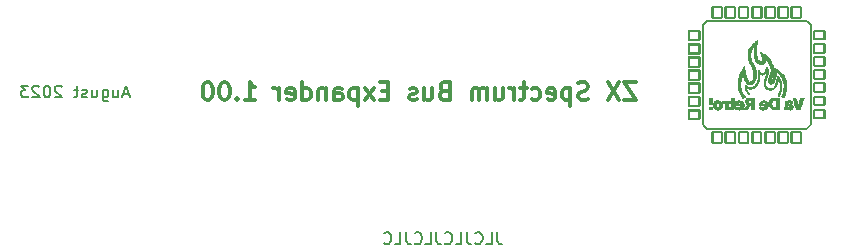
<source format=gbr>
%TF.GenerationSoftware,KiCad,Pcbnew,5.1.12~sunspark9.18*%
%TF.CreationDate,2023-11-23T01:00:00+01:00*%
%TF.ProjectId,ZX_Spectrum_Bus_Expander_1.00,5a585f53-7065-4637-9472-756d5f427573,1.00*%
%TF.SameCoordinates,Original*%
%TF.FileFunction,Legend,Bot*%
%TF.FilePolarity,Positive*%
%FSLAX46Y46*%
G04 Gerber Fmt 4.6, Leading zero omitted, Abs format (unit mm)*
G04 Created by KiCad (PCBNEW 5.1.12~sunspark9.18) date 2023-11-23 01:00:00*
%MOMM*%
%LPD*%
G01*
G04 APERTURE LIST*
%ADD10C,0.150000*%
%ADD11C,0.300000*%
%ADD12C,0.010000*%
G04 APERTURE END LIST*
D10*
X30769833Y-142746666D02*
X30293642Y-142746666D01*
X30865071Y-143032380D02*
X30531738Y-142032380D01*
X30198404Y-143032380D01*
X29436500Y-142365714D02*
X29436500Y-143032380D01*
X29865071Y-142365714D02*
X29865071Y-142889523D01*
X29817452Y-142984761D01*
X29722214Y-143032380D01*
X29579357Y-143032380D01*
X29484119Y-142984761D01*
X29436500Y-142937142D01*
X28531738Y-142365714D02*
X28531738Y-143175238D01*
X28579357Y-143270476D01*
X28626976Y-143318095D01*
X28722214Y-143365714D01*
X28865071Y-143365714D01*
X28960309Y-143318095D01*
X28531738Y-142984761D02*
X28626976Y-143032380D01*
X28817452Y-143032380D01*
X28912690Y-142984761D01*
X28960309Y-142937142D01*
X29007928Y-142841904D01*
X29007928Y-142556190D01*
X28960309Y-142460952D01*
X28912690Y-142413333D01*
X28817452Y-142365714D01*
X28626976Y-142365714D01*
X28531738Y-142413333D01*
X27626976Y-142365714D02*
X27626976Y-143032380D01*
X28055547Y-142365714D02*
X28055547Y-142889523D01*
X28007928Y-142984761D01*
X27912690Y-143032380D01*
X27769833Y-143032380D01*
X27674595Y-142984761D01*
X27626976Y-142937142D01*
X27198404Y-142984761D02*
X27103166Y-143032380D01*
X26912690Y-143032380D01*
X26817452Y-142984761D01*
X26769833Y-142889523D01*
X26769833Y-142841904D01*
X26817452Y-142746666D01*
X26912690Y-142699047D01*
X27055547Y-142699047D01*
X27150785Y-142651428D01*
X27198404Y-142556190D01*
X27198404Y-142508571D01*
X27150785Y-142413333D01*
X27055547Y-142365714D01*
X26912690Y-142365714D01*
X26817452Y-142413333D01*
X26484119Y-142365714D02*
X26103166Y-142365714D01*
X26341261Y-142032380D02*
X26341261Y-142889523D01*
X26293642Y-142984761D01*
X26198404Y-143032380D01*
X26103166Y-143032380D01*
X25055547Y-142127619D02*
X25007928Y-142080000D01*
X24912690Y-142032380D01*
X24674595Y-142032380D01*
X24579357Y-142080000D01*
X24531738Y-142127619D01*
X24484119Y-142222857D01*
X24484119Y-142318095D01*
X24531738Y-142460952D01*
X25103166Y-143032380D01*
X24484119Y-143032380D01*
X23865071Y-142032380D02*
X23769833Y-142032380D01*
X23674595Y-142080000D01*
X23626976Y-142127619D01*
X23579357Y-142222857D01*
X23531738Y-142413333D01*
X23531738Y-142651428D01*
X23579357Y-142841904D01*
X23626976Y-142937142D01*
X23674595Y-142984761D01*
X23769833Y-143032380D01*
X23865071Y-143032380D01*
X23960309Y-142984761D01*
X24007928Y-142937142D01*
X24055547Y-142841904D01*
X24103166Y-142651428D01*
X24103166Y-142413333D01*
X24055547Y-142222857D01*
X24007928Y-142127619D01*
X23960309Y-142080000D01*
X23865071Y-142032380D01*
X23150785Y-142127619D02*
X23103166Y-142080000D01*
X23007928Y-142032380D01*
X22769833Y-142032380D01*
X22674595Y-142080000D01*
X22626976Y-142127619D01*
X22579357Y-142222857D01*
X22579357Y-142318095D01*
X22626976Y-142460952D01*
X23198404Y-143032380D01*
X22579357Y-143032380D01*
X22246023Y-142032380D02*
X21626976Y-142032380D01*
X21960309Y-142413333D01*
X21817452Y-142413333D01*
X21722214Y-142460952D01*
X21674595Y-142508571D01*
X21626976Y-142603809D01*
X21626976Y-142841904D01*
X21674595Y-142937142D01*
X21722214Y-142984761D01*
X21817452Y-143032380D01*
X22103166Y-143032380D01*
X22198404Y-142984761D01*
X22246023Y-142937142D01*
D11*
X73717857Y-141758571D02*
X72717857Y-141758571D01*
X73717857Y-143258571D01*
X72717857Y-143258571D01*
X72289285Y-141758571D02*
X71289285Y-143258571D01*
X71289285Y-141758571D02*
X72289285Y-143258571D01*
X69646428Y-143187142D02*
X69432142Y-143258571D01*
X69075000Y-143258571D01*
X68932142Y-143187142D01*
X68860714Y-143115714D01*
X68789285Y-142972857D01*
X68789285Y-142830000D01*
X68860714Y-142687142D01*
X68932142Y-142615714D01*
X69075000Y-142544285D01*
X69360714Y-142472857D01*
X69503571Y-142401428D01*
X69575000Y-142330000D01*
X69646428Y-142187142D01*
X69646428Y-142044285D01*
X69575000Y-141901428D01*
X69503571Y-141830000D01*
X69360714Y-141758571D01*
X69003571Y-141758571D01*
X68789285Y-141830000D01*
X68146428Y-142258571D02*
X68146428Y-143758571D01*
X68146428Y-142330000D02*
X68003571Y-142258571D01*
X67717857Y-142258571D01*
X67575000Y-142330000D01*
X67503571Y-142401428D01*
X67432142Y-142544285D01*
X67432142Y-142972857D01*
X67503571Y-143115714D01*
X67575000Y-143187142D01*
X67717857Y-143258571D01*
X68003571Y-143258571D01*
X68146428Y-143187142D01*
X66217857Y-143187142D02*
X66360714Y-143258571D01*
X66646428Y-143258571D01*
X66789285Y-143187142D01*
X66860714Y-143044285D01*
X66860714Y-142472857D01*
X66789285Y-142330000D01*
X66646428Y-142258571D01*
X66360714Y-142258571D01*
X66217857Y-142330000D01*
X66146428Y-142472857D01*
X66146428Y-142615714D01*
X66860714Y-142758571D01*
X64860714Y-143187142D02*
X65003571Y-143258571D01*
X65289285Y-143258571D01*
X65432142Y-143187142D01*
X65503571Y-143115714D01*
X65575000Y-142972857D01*
X65575000Y-142544285D01*
X65503571Y-142401428D01*
X65432142Y-142330000D01*
X65289285Y-142258571D01*
X65003571Y-142258571D01*
X64860714Y-142330000D01*
X64432142Y-142258571D02*
X63860714Y-142258571D01*
X64217857Y-141758571D02*
X64217857Y-143044285D01*
X64146428Y-143187142D01*
X64003571Y-143258571D01*
X63860714Y-143258571D01*
X63360714Y-143258571D02*
X63360714Y-142258571D01*
X63360714Y-142544285D02*
X63289285Y-142401428D01*
X63217857Y-142330000D01*
X63075000Y-142258571D01*
X62932142Y-142258571D01*
X61789285Y-142258571D02*
X61789285Y-143258571D01*
X62432142Y-142258571D02*
X62432142Y-143044285D01*
X62360714Y-143187142D01*
X62217857Y-143258571D01*
X62003571Y-143258571D01*
X61860714Y-143187142D01*
X61789285Y-143115714D01*
X61075000Y-143258571D02*
X61075000Y-142258571D01*
X61075000Y-142401428D02*
X61003571Y-142330000D01*
X60860714Y-142258571D01*
X60646428Y-142258571D01*
X60503571Y-142330000D01*
X60432142Y-142472857D01*
X60432142Y-143258571D01*
X60432142Y-142472857D02*
X60360714Y-142330000D01*
X60217857Y-142258571D01*
X60003571Y-142258571D01*
X59860714Y-142330000D01*
X59789285Y-142472857D01*
X59789285Y-143258571D01*
X57432142Y-142472857D02*
X57217857Y-142544285D01*
X57146428Y-142615714D01*
X57075000Y-142758571D01*
X57075000Y-142972857D01*
X57146428Y-143115714D01*
X57217857Y-143187142D01*
X57360714Y-143258571D01*
X57932142Y-143258571D01*
X57932142Y-141758571D01*
X57432142Y-141758571D01*
X57289285Y-141830000D01*
X57217857Y-141901428D01*
X57146428Y-142044285D01*
X57146428Y-142187142D01*
X57217857Y-142330000D01*
X57289285Y-142401428D01*
X57432142Y-142472857D01*
X57932142Y-142472857D01*
X55789285Y-142258571D02*
X55789285Y-143258571D01*
X56432142Y-142258571D02*
X56432142Y-143044285D01*
X56360714Y-143187142D01*
X56217857Y-143258571D01*
X56003571Y-143258571D01*
X55860714Y-143187142D01*
X55789285Y-143115714D01*
X55146428Y-143187142D02*
X55003571Y-143258571D01*
X54717857Y-143258571D01*
X54575000Y-143187142D01*
X54503571Y-143044285D01*
X54503571Y-142972857D01*
X54575000Y-142830000D01*
X54717857Y-142758571D01*
X54932142Y-142758571D01*
X55075000Y-142687142D01*
X55146428Y-142544285D01*
X55146428Y-142472857D01*
X55075000Y-142330000D01*
X54932142Y-142258571D01*
X54717857Y-142258571D01*
X54575000Y-142330000D01*
X52717857Y-142472857D02*
X52217857Y-142472857D01*
X52003571Y-143258571D02*
X52717857Y-143258571D01*
X52717857Y-141758571D01*
X52003571Y-141758571D01*
X51503571Y-143258571D02*
X50717857Y-142258571D01*
X51503571Y-142258571D02*
X50717857Y-143258571D01*
X50146428Y-142258571D02*
X50146428Y-143758571D01*
X50146428Y-142330000D02*
X50003571Y-142258571D01*
X49717857Y-142258571D01*
X49575000Y-142330000D01*
X49503571Y-142401428D01*
X49432142Y-142544285D01*
X49432142Y-142972857D01*
X49503571Y-143115714D01*
X49575000Y-143187142D01*
X49717857Y-143258571D01*
X50003571Y-143258571D01*
X50146428Y-143187142D01*
X48146428Y-143258571D02*
X48146428Y-142472857D01*
X48217857Y-142330000D01*
X48360714Y-142258571D01*
X48646428Y-142258571D01*
X48789285Y-142330000D01*
X48146428Y-143187142D02*
X48289285Y-143258571D01*
X48646428Y-143258571D01*
X48789285Y-143187142D01*
X48860714Y-143044285D01*
X48860714Y-142901428D01*
X48789285Y-142758571D01*
X48646428Y-142687142D01*
X48289285Y-142687142D01*
X48146428Y-142615714D01*
X47432142Y-142258571D02*
X47432142Y-143258571D01*
X47432142Y-142401428D02*
X47360714Y-142330000D01*
X47217857Y-142258571D01*
X47003571Y-142258571D01*
X46860714Y-142330000D01*
X46789285Y-142472857D01*
X46789285Y-143258571D01*
X45432142Y-143258571D02*
X45432142Y-141758571D01*
X45432142Y-143187142D02*
X45575000Y-143258571D01*
X45860714Y-143258571D01*
X46003571Y-143187142D01*
X46075000Y-143115714D01*
X46146428Y-142972857D01*
X46146428Y-142544285D01*
X46075000Y-142401428D01*
X46003571Y-142330000D01*
X45860714Y-142258571D01*
X45575000Y-142258571D01*
X45432142Y-142330000D01*
X44146428Y-143187142D02*
X44289285Y-143258571D01*
X44575000Y-143258571D01*
X44717857Y-143187142D01*
X44789285Y-143044285D01*
X44789285Y-142472857D01*
X44717857Y-142330000D01*
X44575000Y-142258571D01*
X44289285Y-142258571D01*
X44146428Y-142330000D01*
X44075000Y-142472857D01*
X44075000Y-142615714D01*
X44789285Y-142758571D01*
X43432142Y-143258571D02*
X43432142Y-142258571D01*
X43432142Y-142544285D02*
X43360714Y-142401428D01*
X43289285Y-142330000D01*
X43146428Y-142258571D01*
X43003571Y-142258571D01*
X40575000Y-143258571D02*
X41432142Y-143258571D01*
X41003571Y-143258571D02*
X41003571Y-141758571D01*
X41146428Y-141972857D01*
X41289285Y-142115714D01*
X41432142Y-142187142D01*
X39932142Y-143115714D02*
X39860714Y-143187142D01*
X39932142Y-143258571D01*
X40003571Y-143187142D01*
X39932142Y-143115714D01*
X39932142Y-143258571D01*
X38932142Y-141758571D02*
X38789285Y-141758571D01*
X38646428Y-141830000D01*
X38575000Y-141901428D01*
X38503571Y-142044285D01*
X38432142Y-142330000D01*
X38432142Y-142687142D01*
X38503571Y-142972857D01*
X38575000Y-143115714D01*
X38646428Y-143187142D01*
X38789285Y-143258571D01*
X38932142Y-143258571D01*
X39075000Y-143187142D01*
X39146428Y-143115714D01*
X39217857Y-142972857D01*
X39289285Y-142687142D01*
X39289285Y-142330000D01*
X39217857Y-142044285D01*
X39146428Y-141901428D01*
X39075000Y-141830000D01*
X38932142Y-141758571D01*
X37503571Y-141758571D02*
X37360714Y-141758571D01*
X37217857Y-141830000D01*
X37146428Y-141901428D01*
X37075000Y-142044285D01*
X37003571Y-142330000D01*
X37003571Y-142687142D01*
X37075000Y-142972857D01*
X37146428Y-143115714D01*
X37217857Y-143187142D01*
X37360714Y-143258571D01*
X37503571Y-143258571D01*
X37646428Y-143187142D01*
X37717857Y-143115714D01*
X37789285Y-142972857D01*
X37860714Y-142687142D01*
X37860714Y-142330000D01*
X37789285Y-142044285D01*
X37717857Y-141901428D01*
X37646428Y-141830000D01*
X37503571Y-141758571D01*
D10*
X61944047Y-154452380D02*
X61944047Y-155166666D01*
X61991666Y-155309523D01*
X62086904Y-155404761D01*
X62229761Y-155452380D01*
X62325000Y-155452380D01*
X60991666Y-155452380D02*
X61467857Y-155452380D01*
X61467857Y-154452380D01*
X60086904Y-155357142D02*
X60134523Y-155404761D01*
X60277380Y-155452380D01*
X60372619Y-155452380D01*
X60515476Y-155404761D01*
X60610714Y-155309523D01*
X60658333Y-155214285D01*
X60705952Y-155023809D01*
X60705952Y-154880952D01*
X60658333Y-154690476D01*
X60610714Y-154595238D01*
X60515476Y-154500000D01*
X60372619Y-154452380D01*
X60277380Y-154452380D01*
X60134523Y-154500000D01*
X60086904Y-154547619D01*
X59372619Y-154452380D02*
X59372619Y-155166666D01*
X59420238Y-155309523D01*
X59515476Y-155404761D01*
X59658333Y-155452380D01*
X59753571Y-155452380D01*
X58420238Y-155452380D02*
X58896428Y-155452380D01*
X58896428Y-154452380D01*
X57515476Y-155357142D02*
X57563095Y-155404761D01*
X57705952Y-155452380D01*
X57801190Y-155452380D01*
X57944047Y-155404761D01*
X58039285Y-155309523D01*
X58086904Y-155214285D01*
X58134523Y-155023809D01*
X58134523Y-154880952D01*
X58086904Y-154690476D01*
X58039285Y-154595238D01*
X57944047Y-154500000D01*
X57801190Y-154452380D01*
X57705952Y-154452380D01*
X57563095Y-154500000D01*
X57515476Y-154547619D01*
X56801190Y-154452380D02*
X56801190Y-155166666D01*
X56848809Y-155309523D01*
X56944047Y-155404761D01*
X57086904Y-155452380D01*
X57182142Y-155452380D01*
X55848809Y-155452380D02*
X56325000Y-155452380D01*
X56325000Y-154452380D01*
X54944047Y-155357142D02*
X54991666Y-155404761D01*
X55134523Y-155452380D01*
X55229761Y-155452380D01*
X55372619Y-155404761D01*
X55467857Y-155309523D01*
X55515476Y-155214285D01*
X55563095Y-155023809D01*
X55563095Y-154880952D01*
X55515476Y-154690476D01*
X55467857Y-154595238D01*
X55372619Y-154500000D01*
X55229761Y-154452380D01*
X55134523Y-154452380D01*
X54991666Y-154500000D01*
X54944047Y-154547619D01*
X54229761Y-154452380D02*
X54229761Y-155166666D01*
X54277380Y-155309523D01*
X54372619Y-155404761D01*
X54515476Y-155452380D01*
X54610714Y-155452380D01*
X53277380Y-155452380D02*
X53753571Y-155452380D01*
X53753571Y-154452380D01*
X52372619Y-155357142D02*
X52420238Y-155404761D01*
X52563095Y-155452380D01*
X52658333Y-155452380D01*
X52801190Y-155404761D01*
X52896428Y-155309523D01*
X52944047Y-155214285D01*
X52991666Y-155023809D01*
X52991666Y-154880952D01*
X52944047Y-154690476D01*
X52896428Y-154595238D01*
X52801190Y-154500000D01*
X52658333Y-154452380D01*
X52563095Y-154452380D01*
X52420238Y-154500000D01*
X52372619Y-154547619D01*
D12*
%TO.C,G1*%
G36*
X86775857Y-145945938D02*
G01*
X86775857Y-146833949D01*
X86811483Y-146869575D01*
X86847109Y-146905200D01*
X87589976Y-146905200D01*
X87625602Y-146869575D01*
X87661228Y-146833949D01*
X87661228Y-145976286D01*
X87559628Y-145976286D01*
X87559628Y-146803600D01*
X86877457Y-146803600D01*
X86877457Y-145976286D01*
X87559628Y-145976286D01*
X87661228Y-145976286D01*
X87661228Y-145945938D01*
X87589976Y-145874686D01*
X86847109Y-145874686D01*
X86775857Y-145945938D01*
G37*
X86775857Y-145945938D02*
X86775857Y-146833949D01*
X86811483Y-146869575D01*
X86847109Y-146905200D01*
X87589976Y-146905200D01*
X87625602Y-146869575D01*
X87661228Y-146833949D01*
X87661228Y-145976286D01*
X87559628Y-145976286D01*
X87559628Y-146803600D01*
X86877457Y-146803600D01*
X86877457Y-145976286D01*
X87559628Y-145976286D01*
X87661228Y-145976286D01*
X87661228Y-145945938D01*
X87589976Y-145874686D01*
X86847109Y-145874686D01*
X86775857Y-145945938D01*
G36*
X85672771Y-145945938D02*
G01*
X85672771Y-146833949D01*
X85708397Y-146869575D01*
X85744023Y-146905200D01*
X86486890Y-146905200D01*
X86522516Y-146869575D01*
X86558142Y-146833949D01*
X86558142Y-145976286D01*
X86456542Y-145976286D01*
X86456542Y-146803600D01*
X85774371Y-146803600D01*
X85774371Y-145976286D01*
X86456542Y-145976286D01*
X86558142Y-145976286D01*
X86558142Y-145945938D01*
X86486890Y-145874686D01*
X85744023Y-145874686D01*
X85672771Y-145945938D01*
G37*
X85672771Y-145945938D02*
X85672771Y-146833949D01*
X85708397Y-146869575D01*
X85744023Y-146905200D01*
X86486890Y-146905200D01*
X86522516Y-146869575D01*
X86558142Y-146833949D01*
X86558142Y-145976286D01*
X86456542Y-145976286D01*
X86456542Y-146803600D01*
X85774371Y-146803600D01*
X85774371Y-145976286D01*
X86456542Y-145976286D01*
X86558142Y-145976286D01*
X86558142Y-145945938D01*
X86486890Y-145874686D01*
X85744023Y-145874686D01*
X85672771Y-145945938D01*
G36*
X84569685Y-145945938D02*
G01*
X84569685Y-146833949D01*
X84605311Y-146869575D01*
X84640937Y-146905200D01*
X85369290Y-146905200D01*
X85404916Y-146869575D01*
X85440542Y-146833949D01*
X85440542Y-145976286D01*
X85338942Y-145976286D01*
X85338942Y-146803600D01*
X84671285Y-146803600D01*
X84671285Y-145976286D01*
X85338942Y-145976286D01*
X85440542Y-145976286D01*
X85440542Y-145945938D01*
X85369290Y-145874686D01*
X84640937Y-145874686D01*
X84569685Y-145945938D01*
G37*
X84569685Y-145945938D02*
X84569685Y-146833949D01*
X84605311Y-146869575D01*
X84640937Y-146905200D01*
X85369290Y-146905200D01*
X85404916Y-146869575D01*
X85440542Y-146833949D01*
X85440542Y-145976286D01*
X85338942Y-145976286D01*
X85338942Y-146803600D01*
X84671285Y-146803600D01*
X84671285Y-145976286D01*
X85338942Y-145976286D01*
X85440542Y-145976286D01*
X85440542Y-145945938D01*
X85369290Y-145874686D01*
X84640937Y-145874686D01*
X84569685Y-145945938D01*
G36*
X83502225Y-145910312D02*
G01*
X83466600Y-145945938D01*
X83466600Y-146833949D01*
X83502225Y-146869575D01*
X83537851Y-146905200D01*
X84208148Y-146905200D01*
X84243774Y-146869575D01*
X84279400Y-146833949D01*
X84279400Y-145976286D01*
X84177800Y-145976286D01*
X84177800Y-146803600D01*
X83568200Y-146803600D01*
X83568200Y-145976286D01*
X84177800Y-145976286D01*
X84279400Y-145976286D01*
X84279400Y-145945938D01*
X84208148Y-145874686D01*
X83537851Y-145874686D01*
X83502225Y-145910312D01*
G37*
X83502225Y-145910312D02*
X83466600Y-145945938D01*
X83466600Y-146833949D01*
X83502225Y-146869575D01*
X83537851Y-146905200D01*
X84208148Y-146905200D01*
X84243774Y-146869575D01*
X84279400Y-146833949D01*
X84279400Y-145976286D01*
X84177800Y-145976286D01*
X84177800Y-146803600D01*
X83568200Y-146803600D01*
X83568200Y-145976286D01*
X84177800Y-145976286D01*
X84279400Y-145976286D01*
X84279400Y-145945938D01*
X84208148Y-145874686D01*
X83537851Y-145874686D01*
X83502225Y-145910312D01*
G36*
X82384625Y-145910312D02*
G01*
X82349000Y-145945938D01*
X82349000Y-146833949D01*
X82384625Y-146869575D01*
X82420251Y-146905200D01*
X83105062Y-146905200D01*
X83140688Y-146869575D01*
X83176314Y-146833949D01*
X83176314Y-145976286D01*
X83074714Y-145976286D01*
X83074714Y-146803600D01*
X82450600Y-146803600D01*
X82450600Y-145976286D01*
X83074714Y-145976286D01*
X83176314Y-145976286D01*
X83176314Y-145945938D01*
X83105062Y-145874686D01*
X82420251Y-145874686D01*
X82384625Y-145910312D01*
G37*
X82384625Y-145910312D02*
X82349000Y-145945938D01*
X82349000Y-146833949D01*
X82384625Y-146869575D01*
X82420251Y-146905200D01*
X83105062Y-146905200D01*
X83140688Y-146869575D01*
X83176314Y-146833949D01*
X83176314Y-145976286D01*
X83074714Y-145976286D01*
X83074714Y-146803600D01*
X82450600Y-146803600D01*
X82450600Y-145976286D01*
X83074714Y-145976286D01*
X83176314Y-145976286D01*
X83176314Y-145945938D01*
X83105062Y-145874686D01*
X82420251Y-145874686D01*
X82384625Y-145910312D01*
G36*
X81187857Y-145945938D02*
G01*
X81187857Y-146833949D01*
X81223483Y-146869575D01*
X81259109Y-146905200D01*
X82001976Y-146905200D01*
X82037602Y-146869575D01*
X82073228Y-146833949D01*
X82073228Y-145976286D01*
X81971628Y-145976286D01*
X81971628Y-146803600D01*
X81289457Y-146803600D01*
X81289457Y-145976286D01*
X81971628Y-145976286D01*
X82073228Y-145976286D01*
X82073228Y-145945938D01*
X82001976Y-145874686D01*
X81259109Y-145874686D01*
X81187857Y-145945938D01*
G37*
X81187857Y-145945938D02*
X81187857Y-146833949D01*
X81223483Y-146869575D01*
X81259109Y-146905200D01*
X82001976Y-146905200D01*
X82037602Y-146869575D01*
X82073228Y-146833949D01*
X82073228Y-145976286D01*
X81971628Y-145976286D01*
X81971628Y-146803600D01*
X81289457Y-146803600D01*
X81289457Y-145976286D01*
X81971628Y-145976286D01*
X82073228Y-145976286D01*
X82073228Y-145945938D01*
X82001976Y-145874686D01*
X81259109Y-145874686D01*
X81187857Y-145945938D01*
G36*
X80084771Y-145945938D02*
G01*
X80084771Y-146833949D01*
X80120397Y-146869575D01*
X80156023Y-146905200D01*
X80898890Y-146905200D01*
X80934516Y-146869575D01*
X80970142Y-146833949D01*
X80970142Y-145976286D01*
X80868542Y-145976286D01*
X80868542Y-146803600D01*
X80186371Y-146803600D01*
X80186371Y-145976286D01*
X80868542Y-145976286D01*
X80970142Y-145976286D01*
X80970142Y-145945938D01*
X80898890Y-145874686D01*
X80156023Y-145874686D01*
X80084771Y-145945938D01*
G37*
X80084771Y-145945938D02*
X80084771Y-146833949D01*
X80120397Y-146869575D01*
X80156023Y-146905200D01*
X80898890Y-146905200D01*
X80934516Y-146869575D01*
X80970142Y-146833949D01*
X80970142Y-145976286D01*
X80868542Y-145976286D01*
X80868542Y-146803600D01*
X80186371Y-146803600D01*
X80186371Y-145976286D01*
X80868542Y-145976286D01*
X80970142Y-145976286D01*
X80970142Y-145945938D01*
X80898890Y-145874686D01*
X80156023Y-145874686D01*
X80084771Y-145945938D01*
G36*
X79443130Y-136655102D02*
G01*
X79257457Y-136840776D01*
X79257457Y-145300226D01*
X79457601Y-145500370D01*
X79657745Y-145700515D01*
X88102726Y-145700515D01*
X88488542Y-145314699D01*
X88488542Y-136897127D01*
X88386942Y-136897127D01*
X88386942Y-145271889D01*
X88060844Y-145598915D01*
X79699689Y-145598915D01*
X79359057Y-145257393D01*
X79359057Y-136883560D01*
X79514838Y-136727295D01*
X79670619Y-136571029D01*
X88059917Y-136571029D01*
X88223430Y-136734078D01*
X88386942Y-136897127D01*
X88488542Y-136897127D01*
X88488542Y-136855245D01*
X88102726Y-136469429D01*
X79628803Y-136469429D01*
X79443130Y-136655102D01*
G37*
X79443130Y-136655102D02*
X79257457Y-136840776D01*
X79257457Y-145300226D01*
X79457601Y-145500370D01*
X79657745Y-145700515D01*
X88102726Y-145700515D01*
X88488542Y-145314699D01*
X88488542Y-136897127D01*
X88386942Y-136897127D01*
X88386942Y-145271889D01*
X88060844Y-145598915D01*
X79699689Y-145598915D01*
X79359057Y-145257393D01*
X79359057Y-136883560D01*
X79514838Y-136727295D01*
X79670619Y-136571029D01*
X88059917Y-136571029D01*
X88223430Y-136734078D01*
X88386942Y-136897127D01*
X88488542Y-136897127D01*
X88488542Y-136855245D01*
X88102726Y-136469429D01*
X79628803Y-136469429D01*
X79443130Y-136655102D01*
G36*
X78067285Y-144117138D02*
G01*
X78067285Y-144801949D01*
X78102911Y-144837575D01*
X78138537Y-144873200D01*
X79012033Y-144873200D01*
X79047659Y-144837575D01*
X79083285Y-144801949D01*
X79083285Y-144147486D01*
X78981685Y-144147486D01*
X78981685Y-144771600D01*
X78168885Y-144771600D01*
X78168885Y-144147486D01*
X78981685Y-144147486D01*
X79083285Y-144147486D01*
X79083285Y-144117138D01*
X79012033Y-144045886D01*
X78138537Y-144045886D01*
X78067285Y-144117138D01*
G37*
X78067285Y-144117138D02*
X78067285Y-144801949D01*
X78102911Y-144837575D01*
X78138537Y-144873200D01*
X79012033Y-144873200D01*
X79047659Y-144837575D01*
X79083285Y-144801949D01*
X79083285Y-144147486D01*
X78981685Y-144147486D01*
X78981685Y-144771600D01*
X78168885Y-144771600D01*
X78168885Y-144147486D01*
X78981685Y-144147486D01*
X79083285Y-144147486D01*
X79083285Y-144117138D01*
X79012033Y-144045886D01*
X78138537Y-144045886D01*
X78067285Y-144117138D01*
G36*
X88662714Y-144059081D02*
G01*
X88662714Y-144743891D01*
X88733966Y-144815143D01*
X89592948Y-144815143D01*
X89664200Y-144743891D01*
X89664200Y-144089429D01*
X89562600Y-144089429D01*
X89562600Y-144713543D01*
X88764314Y-144713543D01*
X88764314Y-144089429D01*
X89562600Y-144089429D01*
X89664200Y-144089429D01*
X89664200Y-144059081D01*
X89592948Y-143987829D01*
X88733966Y-143987829D01*
X88662714Y-144059081D01*
G37*
X88662714Y-144059081D02*
X88662714Y-144743891D01*
X88733966Y-144815143D01*
X89592948Y-144815143D01*
X89664200Y-144743891D01*
X89664200Y-144089429D01*
X89562600Y-144089429D01*
X89562600Y-144713543D01*
X88764314Y-144713543D01*
X88764314Y-144089429D01*
X89562600Y-144089429D01*
X89664200Y-144089429D01*
X89664200Y-144059081D01*
X89592948Y-143987829D01*
X88733966Y-143987829D01*
X88662714Y-144059081D01*
G36*
X78067285Y-142999538D02*
G01*
X78067285Y-143684349D01*
X78102911Y-143719975D01*
X78138537Y-143755600D01*
X79012033Y-143755600D01*
X79047659Y-143719975D01*
X79083285Y-143684349D01*
X79083285Y-143029886D01*
X78981685Y-143029886D01*
X78981685Y-143654000D01*
X78168885Y-143654000D01*
X78168885Y-143029886D01*
X78981685Y-143029886D01*
X79083285Y-143029886D01*
X79083285Y-142999538D01*
X79012033Y-142928286D01*
X78138537Y-142928286D01*
X78067285Y-142999538D01*
G37*
X78067285Y-142999538D02*
X78067285Y-143684349D01*
X78102911Y-143719975D01*
X78138537Y-143755600D01*
X79012033Y-143755600D01*
X79047659Y-143719975D01*
X79083285Y-143684349D01*
X79083285Y-143029886D01*
X78981685Y-143029886D01*
X78981685Y-143654000D01*
X78168885Y-143654000D01*
X78168885Y-143029886D01*
X78981685Y-143029886D01*
X79083285Y-143029886D01*
X79083285Y-142999538D01*
X79012033Y-142928286D01*
X78138537Y-142928286D01*
X78067285Y-142999538D01*
G36*
X88662714Y-142955995D02*
G01*
X88662714Y-143626291D01*
X88733966Y-143697543D01*
X89592948Y-143697543D01*
X89664200Y-143626291D01*
X89664200Y-142986343D01*
X89562600Y-142986343D01*
X89562600Y-143595943D01*
X88764314Y-143595943D01*
X88764314Y-142986343D01*
X89562600Y-142986343D01*
X89664200Y-142986343D01*
X89664200Y-142955995D01*
X89592948Y-142884743D01*
X88733966Y-142884743D01*
X88662714Y-142955995D01*
G37*
X88662714Y-142955995D02*
X88662714Y-143626291D01*
X88733966Y-143697543D01*
X89592948Y-143697543D01*
X89664200Y-143626291D01*
X89664200Y-142986343D01*
X89562600Y-142986343D01*
X89562600Y-143595943D01*
X88764314Y-143595943D01*
X88764314Y-142986343D01*
X89562600Y-142986343D01*
X89664200Y-142986343D01*
X89664200Y-142955995D01*
X89592948Y-142884743D01*
X88733966Y-142884743D01*
X88662714Y-142955995D01*
G36*
X78067285Y-141838395D02*
G01*
X78067285Y-142581263D01*
X78138537Y-142652515D01*
X79012033Y-142652515D01*
X79083285Y-142581263D01*
X79083285Y-141868743D01*
X78981685Y-141868743D01*
X78981685Y-142550915D01*
X78168885Y-142550915D01*
X78168885Y-141868743D01*
X78981685Y-141868743D01*
X79083285Y-141868743D01*
X79083285Y-141838395D01*
X79012033Y-141767143D01*
X78138537Y-141767143D01*
X78067285Y-141838395D01*
G37*
X78067285Y-141838395D02*
X78067285Y-142581263D01*
X78138537Y-142652515D01*
X79012033Y-142652515D01*
X79083285Y-142581263D01*
X79083285Y-141868743D01*
X78981685Y-141868743D01*
X78981685Y-142550915D01*
X78168885Y-142550915D01*
X78168885Y-141868743D01*
X78981685Y-141868743D01*
X79083285Y-141868743D01*
X79083285Y-141838395D01*
X79012033Y-141767143D01*
X78138537Y-141767143D01*
X78067285Y-141838395D01*
G36*
X88662714Y-141794852D02*
G01*
X88662714Y-142523206D01*
X88733966Y-142594458D01*
X89592948Y-142594458D01*
X89664200Y-142523206D01*
X89664200Y-141825200D01*
X89562600Y-141825200D01*
X89562600Y-142492858D01*
X88764314Y-142492858D01*
X88764314Y-141825200D01*
X89562600Y-141825200D01*
X89664200Y-141825200D01*
X89664200Y-141794852D01*
X89592948Y-141723600D01*
X88733966Y-141723600D01*
X88662714Y-141794852D01*
G37*
X88662714Y-141794852D02*
X88662714Y-142523206D01*
X88733966Y-142594458D01*
X89592948Y-142594458D01*
X89664200Y-142523206D01*
X89664200Y-141825200D01*
X89562600Y-141825200D01*
X89562600Y-142492858D01*
X88764314Y-142492858D01*
X88764314Y-141825200D01*
X89562600Y-141825200D01*
X89664200Y-141825200D01*
X89664200Y-141794852D01*
X89592948Y-141723600D01*
X88733966Y-141723600D01*
X88662714Y-141794852D01*
G36*
X78067285Y-140735310D02*
G01*
X78067285Y-141478177D01*
X78138537Y-141549429D01*
X79012033Y-141549429D01*
X79083285Y-141478177D01*
X79083285Y-140765658D01*
X78981685Y-140765658D01*
X78981685Y-141447829D01*
X78168885Y-141447829D01*
X78168885Y-140765658D01*
X78981685Y-140765658D01*
X79083285Y-140765658D01*
X79083285Y-140735310D01*
X79012033Y-140664058D01*
X78138537Y-140664058D01*
X78067285Y-140735310D01*
G37*
X78067285Y-140735310D02*
X78067285Y-141478177D01*
X78138537Y-141549429D01*
X79012033Y-141549429D01*
X79083285Y-141478177D01*
X79083285Y-140765658D01*
X78981685Y-140765658D01*
X78981685Y-141447829D01*
X78168885Y-141447829D01*
X78168885Y-140765658D01*
X78981685Y-140765658D01*
X79083285Y-140765658D01*
X79083285Y-140735310D01*
X79012033Y-140664058D01*
X78138537Y-140664058D01*
X78067285Y-140735310D01*
G36*
X88662714Y-140677252D02*
G01*
X88662714Y-141420120D01*
X88733966Y-141491372D01*
X89592948Y-141491372D01*
X89664200Y-141420120D01*
X89664200Y-140707600D01*
X89562600Y-140707600D01*
X89562600Y-141389772D01*
X88764314Y-141389772D01*
X88764314Y-140707600D01*
X89562600Y-140707600D01*
X89664200Y-140707600D01*
X89664200Y-140677252D01*
X89592948Y-140606000D01*
X88733966Y-140606000D01*
X88662714Y-140677252D01*
G37*
X88662714Y-140677252D02*
X88662714Y-141420120D01*
X88733966Y-141491372D01*
X89592948Y-141491372D01*
X89664200Y-141420120D01*
X89664200Y-140707600D01*
X89562600Y-140707600D01*
X89562600Y-141389772D01*
X88764314Y-141389772D01*
X88764314Y-140707600D01*
X89562600Y-140707600D01*
X89664200Y-140707600D01*
X89664200Y-140677252D01*
X89592948Y-140606000D01*
X88733966Y-140606000D01*
X88662714Y-140677252D01*
G36*
X78067285Y-139632224D02*
G01*
X78067285Y-140375091D01*
X78138537Y-140446343D01*
X79012033Y-140446343D01*
X79083285Y-140375091D01*
X79083285Y-139662572D01*
X78981685Y-139662572D01*
X78981685Y-140344743D01*
X78168885Y-140344743D01*
X78168885Y-139662572D01*
X78981685Y-139662572D01*
X79083285Y-139662572D01*
X79083285Y-139632224D01*
X79012033Y-139560972D01*
X78138537Y-139560972D01*
X78067285Y-139632224D01*
G37*
X78067285Y-139632224D02*
X78067285Y-140375091D01*
X78138537Y-140446343D01*
X79012033Y-140446343D01*
X79083285Y-140375091D01*
X79083285Y-139662572D01*
X78981685Y-139662572D01*
X78981685Y-140344743D01*
X78168885Y-140344743D01*
X78168885Y-139662572D01*
X78981685Y-139662572D01*
X79083285Y-139662572D01*
X79083285Y-139632224D01*
X79012033Y-139560972D01*
X78138537Y-139560972D01*
X78067285Y-139632224D01*
G36*
X88662714Y-139574167D02*
G01*
X88662714Y-140317034D01*
X88733966Y-140388286D01*
X89592948Y-140388286D01*
X89664200Y-140317034D01*
X89664200Y-139604515D01*
X89562600Y-139604515D01*
X89562600Y-140286686D01*
X88764314Y-140286686D01*
X88764314Y-139604515D01*
X89562600Y-139604515D01*
X89664200Y-139604515D01*
X89664200Y-139574167D01*
X89592948Y-139502915D01*
X88733966Y-139502915D01*
X88662714Y-139574167D01*
G37*
X88662714Y-139574167D02*
X88662714Y-140317034D01*
X88733966Y-140388286D01*
X89592948Y-140388286D01*
X89664200Y-140317034D01*
X89664200Y-139604515D01*
X89562600Y-139604515D01*
X89562600Y-140286686D01*
X88764314Y-140286686D01*
X88764314Y-139604515D01*
X89562600Y-139604515D01*
X89664200Y-139604515D01*
X89664200Y-139574167D01*
X89592948Y-139502915D01*
X88733966Y-139502915D01*
X88662714Y-139574167D01*
G36*
X78067285Y-138529138D02*
G01*
X78067285Y-139257491D01*
X78138537Y-139328743D01*
X79012033Y-139328743D01*
X79083285Y-139257491D01*
X79083285Y-138559486D01*
X78981685Y-138559486D01*
X78981685Y-139227143D01*
X78168885Y-139227143D01*
X78168885Y-138559486D01*
X78981685Y-138559486D01*
X79083285Y-138559486D01*
X79083285Y-138529138D01*
X79012033Y-138457886D01*
X78138537Y-138457886D01*
X78067285Y-138529138D01*
G37*
X78067285Y-138529138D02*
X78067285Y-139257491D01*
X78138537Y-139328743D01*
X79012033Y-139328743D01*
X79083285Y-139257491D01*
X79083285Y-138559486D01*
X78981685Y-138559486D01*
X78981685Y-139227143D01*
X78168885Y-139227143D01*
X78168885Y-138559486D01*
X78981685Y-138559486D01*
X79083285Y-138559486D01*
X79083285Y-138529138D01*
X79012033Y-138457886D01*
X78138537Y-138457886D01*
X78067285Y-138529138D01*
G36*
X88662714Y-138471081D02*
G01*
X88662714Y-138813547D01*
X88663043Y-138927643D01*
X88664169Y-139016343D01*
X88666299Y-139083274D01*
X88669641Y-139132060D01*
X88674402Y-139166329D01*
X88680789Y-139189708D01*
X88684731Y-139198590D01*
X88698450Y-139222621D01*
X88714202Y-139241751D01*
X88735253Y-139256534D01*
X88764870Y-139267530D01*
X88806320Y-139275294D01*
X88862868Y-139280385D01*
X88937782Y-139283360D01*
X89034326Y-139284775D01*
X89155769Y-139285188D01*
X89192424Y-139285200D01*
X89592948Y-139285200D01*
X89628574Y-139249575D01*
X89664200Y-139213949D01*
X89664200Y-138501429D01*
X89562600Y-138501429D01*
X89562600Y-139183600D01*
X89186265Y-139183600D01*
X89069621Y-139183391D01*
X88978638Y-139182635D01*
X88909948Y-139181140D01*
X88860185Y-139178714D01*
X88825982Y-139175164D01*
X88803974Y-139170298D01*
X88790793Y-139163923D01*
X88787122Y-139160792D01*
X88779496Y-139149383D01*
X88773737Y-139129985D01*
X88769598Y-139098919D01*
X88766834Y-139052504D01*
X88765199Y-138987062D01*
X88764447Y-138898912D01*
X88764314Y-138819707D01*
X88764314Y-138501429D01*
X89562600Y-138501429D01*
X89664200Y-138501429D01*
X89664200Y-138471081D01*
X89592948Y-138399829D01*
X88733966Y-138399829D01*
X88662714Y-138471081D01*
G37*
X88662714Y-138471081D02*
X88662714Y-138813547D01*
X88663043Y-138927643D01*
X88664169Y-139016343D01*
X88666299Y-139083274D01*
X88669641Y-139132060D01*
X88674402Y-139166329D01*
X88680789Y-139189708D01*
X88684731Y-139198590D01*
X88698450Y-139222621D01*
X88714202Y-139241751D01*
X88735253Y-139256534D01*
X88764870Y-139267530D01*
X88806320Y-139275294D01*
X88862868Y-139280385D01*
X88937782Y-139283360D01*
X89034326Y-139284775D01*
X89155769Y-139285188D01*
X89192424Y-139285200D01*
X89592948Y-139285200D01*
X89628574Y-139249575D01*
X89664200Y-139213949D01*
X89664200Y-138501429D01*
X89562600Y-138501429D01*
X89562600Y-139183600D01*
X89186265Y-139183600D01*
X89069621Y-139183391D01*
X88978638Y-139182635D01*
X88909948Y-139181140D01*
X88860185Y-139178714D01*
X88825982Y-139175164D01*
X88803974Y-139170298D01*
X88790793Y-139163923D01*
X88787122Y-139160792D01*
X88779496Y-139149383D01*
X88773737Y-139129985D01*
X88769598Y-139098919D01*
X88766834Y-139052504D01*
X88765199Y-138987062D01*
X88764447Y-138898912D01*
X88764314Y-138819707D01*
X88764314Y-138501429D01*
X89562600Y-138501429D01*
X89664200Y-138501429D01*
X89664200Y-138471081D01*
X89592948Y-138399829D01*
X88733966Y-138399829D01*
X88662714Y-138471081D01*
G36*
X78067285Y-137411538D02*
G01*
X78067285Y-138096349D01*
X78102911Y-138131975D01*
X78138537Y-138167600D01*
X79012033Y-138167600D01*
X79047659Y-138131975D01*
X79083285Y-138096349D01*
X79083285Y-137441886D01*
X78981685Y-137441886D01*
X78981685Y-138066000D01*
X78168885Y-138066000D01*
X78168885Y-137441886D01*
X78981685Y-137441886D01*
X79083285Y-137441886D01*
X79083285Y-137411538D01*
X79012033Y-137340286D01*
X78138537Y-137340286D01*
X78067285Y-137411538D01*
G37*
X78067285Y-137411538D02*
X78067285Y-138096349D01*
X78102911Y-138131975D01*
X78138537Y-138167600D01*
X79012033Y-138167600D01*
X79047659Y-138131975D01*
X79083285Y-138096349D01*
X79083285Y-137441886D01*
X78981685Y-137441886D01*
X78981685Y-138066000D01*
X78168885Y-138066000D01*
X78168885Y-137441886D01*
X78981685Y-137441886D01*
X79083285Y-137441886D01*
X79083285Y-137411538D01*
X79012033Y-137340286D01*
X78138537Y-137340286D01*
X78067285Y-137411538D01*
G36*
X88662714Y-137367995D02*
G01*
X88662714Y-138052806D01*
X88733966Y-138124058D01*
X89592948Y-138124058D01*
X89664200Y-138052806D01*
X89664200Y-137398343D01*
X89562600Y-137398343D01*
X89562600Y-138022458D01*
X88764314Y-138022458D01*
X88764314Y-137398343D01*
X89562600Y-137398343D01*
X89664200Y-137398343D01*
X89664200Y-137367995D01*
X89592948Y-137296743D01*
X88733966Y-137296743D01*
X88662714Y-137367995D01*
G37*
X88662714Y-137367995D02*
X88662714Y-138052806D01*
X88733966Y-138124058D01*
X89592948Y-138124058D01*
X89664200Y-138052806D01*
X89664200Y-137398343D01*
X89562600Y-137398343D01*
X89562600Y-138022458D01*
X88764314Y-138022458D01*
X88764314Y-137398343D01*
X89562600Y-137398343D01*
X89664200Y-137398343D01*
X89664200Y-137367995D01*
X89592948Y-137296743D01*
X88733966Y-137296743D01*
X88662714Y-137367995D01*
G36*
X86775857Y-135379538D02*
G01*
X86775857Y-136224006D01*
X86847109Y-136295258D01*
X87589976Y-136295258D01*
X87661228Y-136224006D01*
X87661228Y-135409886D01*
X87559628Y-135409886D01*
X87559628Y-136193658D01*
X86877457Y-136193658D01*
X86877457Y-135409886D01*
X87559628Y-135409886D01*
X87661228Y-135409886D01*
X87661228Y-135379538D01*
X87589976Y-135308286D01*
X86847109Y-135308286D01*
X86775857Y-135379538D01*
G37*
X86775857Y-135379538D02*
X86775857Y-136224006D01*
X86847109Y-136295258D01*
X87589976Y-136295258D01*
X87661228Y-136224006D01*
X87661228Y-135409886D01*
X87559628Y-135409886D01*
X87559628Y-136193658D01*
X86877457Y-136193658D01*
X86877457Y-135409886D01*
X87559628Y-135409886D01*
X87661228Y-135409886D01*
X87661228Y-135379538D01*
X87589976Y-135308286D01*
X86847109Y-135308286D01*
X86775857Y-135379538D01*
G36*
X85672771Y-135379538D02*
G01*
X85672771Y-136224006D01*
X85744023Y-136295258D01*
X86486890Y-136295258D01*
X86558142Y-136224006D01*
X86558142Y-135409886D01*
X86456542Y-135409886D01*
X86456542Y-136193658D01*
X85774371Y-136193658D01*
X85774371Y-135409886D01*
X86456542Y-135409886D01*
X86558142Y-135409886D01*
X86558142Y-135379538D01*
X86486890Y-135308286D01*
X85744023Y-135308286D01*
X85672771Y-135379538D01*
G37*
X85672771Y-135379538D02*
X85672771Y-136224006D01*
X85744023Y-136295258D01*
X86486890Y-136295258D01*
X86558142Y-136224006D01*
X86558142Y-135409886D01*
X86456542Y-135409886D01*
X86456542Y-136193658D01*
X85774371Y-136193658D01*
X85774371Y-135409886D01*
X86456542Y-135409886D01*
X86558142Y-135409886D01*
X86558142Y-135379538D01*
X86486890Y-135308286D01*
X85744023Y-135308286D01*
X85672771Y-135379538D01*
G36*
X84569685Y-135379538D02*
G01*
X84569685Y-136224006D01*
X84640937Y-136295258D01*
X85369290Y-136295258D01*
X85440542Y-136224006D01*
X85440542Y-135409886D01*
X85338942Y-135409886D01*
X85338942Y-136193658D01*
X84671285Y-136193658D01*
X84671285Y-135409886D01*
X85338942Y-135409886D01*
X85440542Y-135409886D01*
X85440542Y-135379538D01*
X85369290Y-135308286D01*
X84640937Y-135308286D01*
X84569685Y-135379538D01*
G37*
X84569685Y-135379538D02*
X84569685Y-136224006D01*
X84640937Y-136295258D01*
X85369290Y-136295258D01*
X85440542Y-136224006D01*
X85440542Y-135409886D01*
X85338942Y-135409886D01*
X85338942Y-136193658D01*
X84671285Y-136193658D01*
X84671285Y-135409886D01*
X85338942Y-135409886D01*
X85440542Y-135409886D01*
X85440542Y-135379538D01*
X85369290Y-135308286D01*
X84640937Y-135308286D01*
X84569685Y-135379538D01*
G36*
X83502225Y-135343912D02*
G01*
X83466600Y-135379538D01*
X83466600Y-136224006D01*
X83502225Y-136259632D01*
X83537851Y-136295258D01*
X84266205Y-136295258D01*
X84337457Y-136224006D01*
X84337457Y-135409886D01*
X84235857Y-135409886D01*
X84235857Y-136193658D01*
X83568200Y-136193658D01*
X83568200Y-135409886D01*
X84235857Y-135409886D01*
X84337457Y-135409886D01*
X84337457Y-135379538D01*
X84266205Y-135308286D01*
X83537851Y-135308286D01*
X83502225Y-135343912D01*
G37*
X83502225Y-135343912D02*
X83466600Y-135379538D01*
X83466600Y-136224006D01*
X83502225Y-136259632D01*
X83537851Y-136295258D01*
X84266205Y-136295258D01*
X84337457Y-136224006D01*
X84337457Y-135409886D01*
X84235857Y-135409886D01*
X84235857Y-136193658D01*
X83568200Y-136193658D01*
X83568200Y-135409886D01*
X84235857Y-135409886D01*
X84337457Y-135409886D01*
X84337457Y-135379538D01*
X84266205Y-135308286D01*
X83537851Y-135308286D01*
X83502225Y-135343912D01*
G36*
X82384625Y-135343912D02*
G01*
X82349000Y-135379538D01*
X82349000Y-136224006D01*
X82384625Y-136259632D01*
X82420251Y-136295258D01*
X83105062Y-136295258D01*
X83176314Y-136224006D01*
X83176314Y-135409886D01*
X83074714Y-135409886D01*
X83074714Y-136193658D01*
X82450600Y-136193658D01*
X82450600Y-135409886D01*
X83074714Y-135409886D01*
X83176314Y-135409886D01*
X83176314Y-135379538D01*
X83105062Y-135308286D01*
X82420251Y-135308286D01*
X82384625Y-135343912D01*
G37*
X82384625Y-135343912D02*
X82349000Y-135379538D01*
X82349000Y-136224006D01*
X82384625Y-136259632D01*
X82420251Y-136295258D01*
X83105062Y-136295258D01*
X83176314Y-136224006D01*
X83176314Y-135409886D01*
X83074714Y-135409886D01*
X83074714Y-136193658D01*
X82450600Y-136193658D01*
X82450600Y-135409886D01*
X83074714Y-135409886D01*
X83176314Y-135409886D01*
X83176314Y-135379538D01*
X83105062Y-135308286D01*
X82420251Y-135308286D01*
X82384625Y-135343912D01*
G36*
X81187857Y-135379538D02*
G01*
X81187857Y-136224006D01*
X81259109Y-136295258D01*
X82001976Y-136295258D01*
X82073228Y-136224006D01*
X82073228Y-135409886D01*
X81971628Y-135409886D01*
X81971628Y-136193658D01*
X81289457Y-136193658D01*
X81289457Y-135409886D01*
X81971628Y-135409886D01*
X82073228Y-135409886D01*
X82073228Y-135379538D01*
X82001976Y-135308286D01*
X81259109Y-135308286D01*
X81187857Y-135379538D01*
G37*
X81187857Y-135379538D02*
X81187857Y-136224006D01*
X81259109Y-136295258D01*
X82001976Y-136295258D01*
X82073228Y-136224006D01*
X82073228Y-135409886D01*
X81971628Y-135409886D01*
X81971628Y-136193658D01*
X81289457Y-136193658D01*
X81289457Y-135409886D01*
X81971628Y-135409886D01*
X82073228Y-135409886D01*
X82073228Y-135379538D01*
X82001976Y-135308286D01*
X81259109Y-135308286D01*
X81187857Y-135379538D01*
G36*
X80084771Y-135379538D02*
G01*
X80084771Y-136224006D01*
X80156023Y-136295258D01*
X80898890Y-136295258D01*
X80970142Y-136224006D01*
X80970142Y-135409886D01*
X80868542Y-135409886D01*
X80868542Y-136193658D01*
X80186371Y-136193658D01*
X80186371Y-135409886D01*
X80868542Y-135409886D01*
X80970142Y-135409886D01*
X80970142Y-135379538D01*
X80898890Y-135308286D01*
X80156023Y-135308286D01*
X80084771Y-135379538D01*
G37*
X80084771Y-135379538D02*
X80084771Y-136224006D01*
X80156023Y-136295258D01*
X80898890Y-136295258D01*
X80970142Y-136224006D01*
X80970142Y-135409886D01*
X80868542Y-135409886D01*
X80868542Y-136193658D01*
X80186371Y-136193658D01*
X80186371Y-135409886D01*
X80868542Y-135409886D01*
X80970142Y-135409886D01*
X80970142Y-135379538D01*
X80898890Y-135308286D01*
X80156023Y-135308286D01*
X80084771Y-135379538D01*
G36*
X86539664Y-143288832D02*
G01*
X86457604Y-143300038D01*
X86394407Y-143321354D01*
X86345434Y-143354278D01*
X86310062Y-143394542D01*
X86298332Y-143412097D01*
X86289487Y-143430239D01*
X86283039Y-143453276D01*
X86278500Y-143485515D01*
X86275384Y-143531262D01*
X86273203Y-143594823D01*
X86271469Y-143680506D01*
X86270434Y-143744715D01*
X86265755Y-144045886D01*
X86384279Y-144045886D01*
X86443401Y-144045185D01*
X86479676Y-144042135D01*
X86499272Y-144035316D01*
X86508355Y-144023310D01*
X86510394Y-144016858D01*
X86518200Y-143993429D01*
X86522068Y-143987829D01*
X86535868Y-143994381D01*
X86566625Y-144011120D01*
X86589318Y-144023940D01*
X86663487Y-144052166D01*
X86744449Y-144059765D01*
X86821209Y-144046209D01*
X86845261Y-144036262D01*
X86903908Y-143993947D01*
X86941772Y-143933912D01*
X86960253Y-143853748D01*
X86961689Y-143836047D01*
X86962261Y-143809557D01*
X86728602Y-143809557D01*
X86717300Y-143841325D01*
X86712267Y-143849349D01*
X86677524Y-143877724D01*
X86627439Y-143887094D01*
X86569375Y-143876542D01*
X86551568Y-143869385D01*
X86529799Y-143856140D01*
X86518746Y-143836221D01*
X86514908Y-143800677D01*
X86514600Y-143774871D01*
X86514600Y-143697200D01*
X86576285Y-143706735D01*
X86641763Y-143719774D01*
X86684454Y-143736499D01*
X86710592Y-143759936D01*
X86720037Y-143776486D01*
X86728602Y-143809557D01*
X86962261Y-143809557D01*
X86962874Y-143781217D01*
X86956472Y-143742837D01*
X86939933Y-143708766D01*
X86932595Y-143697543D01*
X86888233Y-143647852D01*
X86829085Y-143610722D01*
X86750630Y-143584056D01*
X86648598Y-143565787D01*
X86584798Y-143556833D01*
X86544750Y-143548691D01*
X86523282Y-143539666D01*
X86515227Y-143528064D01*
X86514600Y-143521846D01*
X86527628Y-143490538D01*
X86563233Y-143468327D01*
X86616190Y-143455950D01*
X86681276Y-143454145D01*
X86753267Y-143463649D01*
X86812142Y-143479829D01*
X86857287Y-143495070D01*
X86890045Y-143505582D01*
X86902163Y-143508858D01*
X86904418Y-143495617D01*
X86904909Y-143460894D01*
X86903533Y-143412188D01*
X86903520Y-143411880D01*
X86900503Y-143359972D01*
X86895077Y-143329659D01*
X86884029Y-143313516D01*
X86864144Y-143304120D01*
X86855685Y-143301417D01*
X86823702Y-143295814D01*
X86770593Y-143291021D01*
X86704259Y-143287608D01*
X86645228Y-143286236D01*
X86539664Y-143288832D01*
G37*
X86539664Y-143288832D02*
X86457604Y-143300038D01*
X86394407Y-143321354D01*
X86345434Y-143354278D01*
X86310062Y-143394542D01*
X86298332Y-143412097D01*
X86289487Y-143430239D01*
X86283039Y-143453276D01*
X86278500Y-143485515D01*
X86275384Y-143531262D01*
X86273203Y-143594823D01*
X86271469Y-143680506D01*
X86270434Y-143744715D01*
X86265755Y-144045886D01*
X86384279Y-144045886D01*
X86443401Y-144045185D01*
X86479676Y-144042135D01*
X86499272Y-144035316D01*
X86508355Y-144023310D01*
X86510394Y-144016858D01*
X86518200Y-143993429D01*
X86522068Y-143987829D01*
X86535868Y-143994381D01*
X86566625Y-144011120D01*
X86589318Y-144023940D01*
X86663487Y-144052166D01*
X86744449Y-144059765D01*
X86821209Y-144046209D01*
X86845261Y-144036262D01*
X86903908Y-143993947D01*
X86941772Y-143933912D01*
X86960253Y-143853748D01*
X86961689Y-143836047D01*
X86962261Y-143809557D01*
X86728602Y-143809557D01*
X86717300Y-143841325D01*
X86712267Y-143849349D01*
X86677524Y-143877724D01*
X86627439Y-143887094D01*
X86569375Y-143876542D01*
X86551568Y-143869385D01*
X86529799Y-143856140D01*
X86518746Y-143836221D01*
X86514908Y-143800677D01*
X86514600Y-143774871D01*
X86514600Y-143697200D01*
X86576285Y-143706735D01*
X86641763Y-143719774D01*
X86684454Y-143736499D01*
X86710592Y-143759936D01*
X86720037Y-143776486D01*
X86728602Y-143809557D01*
X86962261Y-143809557D01*
X86962874Y-143781217D01*
X86956472Y-143742837D01*
X86939933Y-143708766D01*
X86932595Y-143697543D01*
X86888233Y-143647852D01*
X86829085Y-143610722D01*
X86750630Y-143584056D01*
X86648598Y-143565787D01*
X86584798Y-143556833D01*
X86544750Y-143548691D01*
X86523282Y-143539666D01*
X86515227Y-143528064D01*
X86514600Y-143521846D01*
X86527628Y-143490538D01*
X86563233Y-143468327D01*
X86616190Y-143455950D01*
X86681276Y-143454145D01*
X86753267Y-143463649D01*
X86812142Y-143479829D01*
X86857287Y-143495070D01*
X86890045Y-143505582D01*
X86902163Y-143508858D01*
X86904418Y-143495617D01*
X86904909Y-143460894D01*
X86903533Y-143412188D01*
X86903520Y-143411880D01*
X86900503Y-143359972D01*
X86895077Y-143329659D01*
X86884029Y-143313516D01*
X86864144Y-143304120D01*
X86855685Y-143301417D01*
X86823702Y-143295814D01*
X86770593Y-143291021D01*
X86704259Y-143287608D01*
X86645228Y-143286236D01*
X86539664Y-143288832D01*
G36*
X84427326Y-143281659D02*
G01*
X84327363Y-143302444D01*
X84247678Y-143343922D01*
X84188727Y-143405574D01*
X84150966Y-143486884D01*
X84134853Y-143587336D01*
X84134257Y-143613307D01*
X84134257Y-143712058D01*
X84372886Y-143712058D01*
X84467139Y-143712959D01*
X84541286Y-143715555D01*
X84592620Y-143719683D01*
X84618429Y-143725178D01*
X84620732Y-143726971D01*
X84620883Y-143751848D01*
X84603631Y-143786516D01*
X84574569Y-143823048D01*
X84539288Y-143853519D01*
X84525649Y-143861737D01*
X84462000Y-143880512D01*
X84384762Y-143880644D01*
X84301997Y-143862826D01*
X84239060Y-143837052D01*
X84197385Y-143816560D01*
X84167022Y-143802795D01*
X84156511Y-143799143D01*
X84152666Y-143812421D01*
X84149895Y-143847315D01*
X84148773Y-143896419D01*
X84148771Y-143898982D01*
X84149487Y-143951975D01*
X84153352Y-143983415D01*
X84162942Y-144000769D01*
X84180831Y-144011508D01*
X84188685Y-144014750D01*
X84304183Y-144047097D01*
X84429084Y-144058234D01*
X84552330Y-144047544D01*
X84596600Y-144037584D01*
X84693665Y-144000350D01*
X84767680Y-143946448D01*
X84819486Y-143874712D01*
X84849922Y-143783977D01*
X84859830Y-143673077D01*
X84859829Y-143672610D01*
X84847656Y-143559173D01*
X84844206Y-143549666D01*
X84623575Y-143549666D01*
X84619171Y-143559257D01*
X84601923Y-143564410D01*
X84566672Y-143566503D01*
X84508263Y-143566913D01*
X84498092Y-143566915D01*
X84431137Y-143565298D01*
X84386448Y-143560682D01*
X84367060Y-143553419D01*
X84366485Y-143551680D01*
X84375029Y-143520535D01*
X84395358Y-143483771D01*
X84419523Y-143454209D01*
X84432450Y-143445302D01*
X84490285Y-143436797D01*
X84546479Y-143451507D01*
X84592650Y-143485461D01*
X84620290Y-143534258D01*
X84623575Y-143549666D01*
X84844206Y-143549666D01*
X84812643Y-143462709D01*
X84756591Y-143384846D01*
X84681300Y-143327211D01*
X84588573Y-143291434D01*
X84480210Y-143279142D01*
X84427326Y-143281659D01*
G37*
X84427326Y-143281659D02*
X84327363Y-143302444D01*
X84247678Y-143343922D01*
X84188727Y-143405574D01*
X84150966Y-143486884D01*
X84134853Y-143587336D01*
X84134257Y-143613307D01*
X84134257Y-143712058D01*
X84372886Y-143712058D01*
X84467139Y-143712959D01*
X84541286Y-143715555D01*
X84592620Y-143719683D01*
X84618429Y-143725178D01*
X84620732Y-143726971D01*
X84620883Y-143751848D01*
X84603631Y-143786516D01*
X84574569Y-143823048D01*
X84539288Y-143853519D01*
X84525649Y-143861737D01*
X84462000Y-143880512D01*
X84384762Y-143880644D01*
X84301997Y-143862826D01*
X84239060Y-143837052D01*
X84197385Y-143816560D01*
X84167022Y-143802795D01*
X84156511Y-143799143D01*
X84152666Y-143812421D01*
X84149895Y-143847315D01*
X84148773Y-143896419D01*
X84148771Y-143898982D01*
X84149487Y-143951975D01*
X84153352Y-143983415D01*
X84162942Y-144000769D01*
X84180831Y-144011508D01*
X84188685Y-144014750D01*
X84304183Y-144047097D01*
X84429084Y-144058234D01*
X84552330Y-144047544D01*
X84596600Y-144037584D01*
X84693665Y-144000350D01*
X84767680Y-143946448D01*
X84819486Y-143874712D01*
X84849922Y-143783977D01*
X84859830Y-143673077D01*
X84859829Y-143672610D01*
X84847656Y-143559173D01*
X84844206Y-143549666D01*
X84623575Y-143549666D01*
X84619171Y-143559257D01*
X84601923Y-143564410D01*
X84566672Y-143566503D01*
X84508263Y-143566913D01*
X84498092Y-143566915D01*
X84431137Y-143565298D01*
X84386448Y-143560682D01*
X84367060Y-143553419D01*
X84366485Y-143551680D01*
X84375029Y-143520535D01*
X84395358Y-143483771D01*
X84419523Y-143454209D01*
X84432450Y-143445302D01*
X84490285Y-143436797D01*
X84546479Y-143451507D01*
X84592650Y-143485461D01*
X84620290Y-143534258D01*
X84623575Y-143549666D01*
X84844206Y-143549666D01*
X84812643Y-143462709D01*
X84756591Y-143384846D01*
X84681300Y-143327211D01*
X84588573Y-143291434D01*
X84480210Y-143279142D01*
X84427326Y-143281659D01*
G36*
X82321870Y-143288560D02*
G01*
X82233639Y-143318703D01*
X82165576Y-143368553D01*
X82116953Y-143439054D01*
X82087041Y-143531146D01*
X82077128Y-143605097D01*
X82069038Y-143712058D01*
X82317876Y-143712058D01*
X82412784Y-143712246D01*
X82481900Y-143713631D01*
X82528463Y-143717446D01*
X82555710Y-143724920D01*
X82566877Y-143737286D01*
X82565204Y-143755776D01*
X82553926Y-143781619D01*
X82545251Y-143798546D01*
X82510634Y-143837114D01*
X82456175Y-143866055D01*
X82390357Y-143882090D01*
X82327610Y-143882685D01*
X82276550Y-143871688D01*
X82217287Y-143851595D01*
X82184479Y-143837236D01*
X82141461Y-143816907D01*
X82109411Y-143803086D01*
X82097181Y-143799143D01*
X82092501Y-143812422D01*
X82089124Y-143847332D01*
X82087746Y-143896480D01*
X82087742Y-143899379D01*
X82087742Y-143999615D01*
X82156685Y-144023987D01*
X82221943Y-144040276D01*
X82303019Y-144050790D01*
X82389196Y-144055037D01*
X82469761Y-144052522D01*
X82533997Y-144042753D01*
X82538403Y-144041561D01*
X82593463Y-144021668D01*
X82647739Y-143995670D01*
X82659123Y-143989024D01*
X82725044Y-143932327D01*
X82772228Y-143858878D01*
X82800891Y-143773913D01*
X82811249Y-143682666D01*
X82803521Y-143590370D01*
X82789327Y-143541515D01*
X82566252Y-143541515D01*
X82563151Y-143553956D01*
X82549626Y-143561564D01*
X82520175Y-143565478D01*
X82469295Y-143566834D01*
X82443342Y-143566915D01*
X82383404Y-143566397D01*
X82346798Y-143563933D01*
X82327833Y-143558151D01*
X82320818Y-143547682D01*
X82319971Y-143537226D01*
X82332345Y-143501079D01*
X82362938Y-143466368D01*
X82401959Y-143442148D01*
X82429123Y-143436286D01*
X82482837Y-143446592D01*
X82528607Y-143473542D01*
X82558677Y-143511186D01*
X82566252Y-143541515D01*
X82789327Y-143541515D01*
X82777921Y-143502262D01*
X82734668Y-143423575D01*
X82673979Y-143359543D01*
X82631890Y-143331731D01*
X82533182Y-143293775D01*
X82425162Y-143279273D01*
X82321870Y-143288560D01*
G37*
X82321870Y-143288560D02*
X82233639Y-143318703D01*
X82165576Y-143368553D01*
X82116953Y-143439054D01*
X82087041Y-143531146D01*
X82077128Y-143605097D01*
X82069038Y-143712058D01*
X82317876Y-143712058D01*
X82412784Y-143712246D01*
X82481900Y-143713631D01*
X82528463Y-143717446D01*
X82555710Y-143724920D01*
X82566877Y-143737286D01*
X82565204Y-143755776D01*
X82553926Y-143781619D01*
X82545251Y-143798546D01*
X82510634Y-143837114D01*
X82456175Y-143866055D01*
X82390357Y-143882090D01*
X82327610Y-143882685D01*
X82276550Y-143871688D01*
X82217287Y-143851595D01*
X82184479Y-143837236D01*
X82141461Y-143816907D01*
X82109411Y-143803086D01*
X82097181Y-143799143D01*
X82092501Y-143812422D01*
X82089124Y-143847332D01*
X82087746Y-143896480D01*
X82087742Y-143899379D01*
X82087742Y-143999615D01*
X82156685Y-144023987D01*
X82221943Y-144040276D01*
X82303019Y-144050790D01*
X82389196Y-144055037D01*
X82469761Y-144052522D01*
X82533997Y-144042753D01*
X82538403Y-144041561D01*
X82593463Y-144021668D01*
X82647739Y-143995670D01*
X82659123Y-143989024D01*
X82725044Y-143932327D01*
X82772228Y-143858878D01*
X82800891Y-143773913D01*
X82811249Y-143682666D01*
X82803521Y-143590370D01*
X82789327Y-143541515D01*
X82566252Y-143541515D01*
X82563151Y-143553956D01*
X82549626Y-143561564D01*
X82520175Y-143565478D01*
X82469295Y-143566834D01*
X82443342Y-143566915D01*
X82383404Y-143566397D01*
X82346798Y-143563933D01*
X82327833Y-143558151D01*
X82320818Y-143547682D01*
X82319971Y-143537226D01*
X82332345Y-143501079D01*
X82362938Y-143466368D01*
X82401959Y-143442148D01*
X82429123Y-143436286D01*
X82482837Y-143446592D01*
X82528607Y-143473542D01*
X82558677Y-143511186D01*
X82566252Y-143541515D01*
X82789327Y-143541515D01*
X82777921Y-143502262D01*
X82734668Y-143423575D01*
X82673979Y-143359543D01*
X82631890Y-143331731D01*
X82533182Y-143293775D01*
X82425162Y-143279273D01*
X82321870Y-143288560D01*
G36*
X81739400Y-143305658D02*
G01*
X81521685Y-143305658D01*
X81521685Y-143465315D01*
X81739400Y-143465315D01*
X81739400Y-143653666D01*
X81739211Y-143730670D01*
X81738031Y-143783910D01*
X81734940Y-143818653D01*
X81729019Y-143840163D01*
X81719347Y-143853706D01*
X81705004Y-143864546D01*
X81702236Y-143866367D01*
X81672000Y-143881082D01*
X81638389Y-143882880D01*
X81600966Y-143876048D01*
X81560994Y-143868777D01*
X81534257Y-143867396D01*
X81529272Y-143868966D01*
X81522361Y-143890319D01*
X81520506Y-143927974D01*
X81522970Y-143971383D01*
X81529016Y-144009998D01*
X81537906Y-144033270D01*
X81540927Y-144035650D01*
X81576277Y-144043404D01*
X81630019Y-144048992D01*
X81691569Y-144051951D01*
X81750340Y-144051816D01*
X81795746Y-144048123D01*
X81801536Y-144047075D01*
X81859248Y-144032241D01*
X81903119Y-144011986D01*
X81935114Y-143982423D01*
X81957199Y-143939662D01*
X81971342Y-143879817D01*
X81979508Y-143799000D01*
X81983664Y-143693322D01*
X81983816Y-143686658D01*
X81988748Y-143465315D01*
X82030988Y-143465315D01*
X82055138Y-143463870D01*
X82067709Y-143454772D01*
X82072479Y-143430881D01*
X82073228Y-143385486D01*
X82072497Y-143339850D01*
X82067705Y-143316096D01*
X82054956Y-143307080D01*
X82030351Y-143305658D01*
X81986142Y-143305658D01*
X81986142Y-143087943D01*
X81739400Y-143087943D01*
X81739400Y-143305658D01*
G37*
X81739400Y-143305658D02*
X81521685Y-143305658D01*
X81521685Y-143465315D01*
X81739400Y-143465315D01*
X81739400Y-143653666D01*
X81739211Y-143730670D01*
X81738031Y-143783910D01*
X81734940Y-143818653D01*
X81729019Y-143840163D01*
X81719347Y-143853706D01*
X81705004Y-143864546D01*
X81702236Y-143866367D01*
X81672000Y-143881082D01*
X81638389Y-143882880D01*
X81600966Y-143876048D01*
X81560994Y-143868777D01*
X81534257Y-143867396D01*
X81529272Y-143868966D01*
X81522361Y-143890319D01*
X81520506Y-143927974D01*
X81522970Y-143971383D01*
X81529016Y-144009998D01*
X81537906Y-144033270D01*
X81540927Y-144035650D01*
X81576277Y-144043404D01*
X81630019Y-144048992D01*
X81691569Y-144051951D01*
X81750340Y-144051816D01*
X81795746Y-144048123D01*
X81801536Y-144047075D01*
X81859248Y-144032241D01*
X81903119Y-144011986D01*
X81935114Y-143982423D01*
X81957199Y-143939662D01*
X81971342Y-143879817D01*
X81979508Y-143799000D01*
X81983664Y-143693322D01*
X81983816Y-143686658D01*
X81988748Y-143465315D01*
X82030988Y-143465315D01*
X82055138Y-143463870D01*
X82067709Y-143454772D01*
X82072479Y-143430881D01*
X82073228Y-143385486D01*
X82072497Y-143339850D01*
X82067705Y-143316096D01*
X82054956Y-143307080D01*
X82030351Y-143305658D01*
X81986142Y-143305658D01*
X81986142Y-143087943D01*
X81739400Y-143087943D01*
X81739400Y-143305658D01*
G36*
X80504201Y-143288238D02*
G01*
X80440454Y-143302207D01*
X80418600Y-143311367D01*
X80333288Y-143370046D01*
X80271827Y-143444637D01*
X80233490Y-143536293D01*
X80218582Y-143627898D01*
X80220930Y-143746073D01*
X80245792Y-143847619D01*
X80292727Y-143931519D01*
X80361297Y-143996756D01*
X80384605Y-144011710D01*
X80424704Y-144032577D01*
X80464085Y-144045358D01*
X80512808Y-144052356D01*
X80577244Y-144055750D01*
X80673104Y-144054455D01*
X80743891Y-144043328D01*
X80761010Y-144037882D01*
X80841660Y-143993237D01*
X80906039Y-143926379D01*
X80952030Y-143840441D01*
X80977515Y-143738555D01*
X80980216Y-143713639D01*
X80979379Y-143669626D01*
X80736446Y-143669626D01*
X80735552Y-143731061D01*
X80731580Y-143763040D01*
X80708577Y-143822418D01*
X80668658Y-143864275D01*
X80617718Y-143885383D01*
X80561650Y-143882516D01*
X80533910Y-143871285D01*
X80495765Y-143834509D01*
X80471813Y-143773012D01*
X80462324Y-143687543D01*
X80462165Y-143672864D01*
X80469366Y-143582456D01*
X80491133Y-143516648D01*
X80527781Y-143474753D01*
X80559631Y-143460047D01*
X80617635Y-143456465D01*
X80670661Y-143475690D01*
X80707248Y-143511630D01*
X80721278Y-143549413D01*
X80731350Y-143605577D01*
X80736446Y-143669626D01*
X80979379Y-143669626D01*
X80978046Y-143599593D01*
X80952283Y-143498312D01*
X80904133Y-143412314D01*
X80834798Y-143344116D01*
X80790088Y-143316160D01*
X80734044Y-143296869D01*
X80661027Y-143285699D01*
X80581069Y-143282779D01*
X80504201Y-143288238D01*
G37*
X80504201Y-143288238D02*
X80440454Y-143302207D01*
X80418600Y-143311367D01*
X80333288Y-143370046D01*
X80271827Y-143444637D01*
X80233490Y-143536293D01*
X80218582Y-143627898D01*
X80220930Y-143746073D01*
X80245792Y-143847619D01*
X80292727Y-143931519D01*
X80361297Y-143996756D01*
X80384605Y-144011710D01*
X80424704Y-144032577D01*
X80464085Y-144045358D01*
X80512808Y-144052356D01*
X80577244Y-144055750D01*
X80673104Y-144054455D01*
X80743891Y-144043328D01*
X80761010Y-144037882D01*
X80841660Y-143993237D01*
X80906039Y-143926379D01*
X80952030Y-143840441D01*
X80977515Y-143738555D01*
X80980216Y-143713639D01*
X80979379Y-143669626D01*
X80736446Y-143669626D01*
X80735552Y-143731061D01*
X80731580Y-143763040D01*
X80708577Y-143822418D01*
X80668658Y-143864275D01*
X80617718Y-143885383D01*
X80561650Y-143882516D01*
X80533910Y-143871285D01*
X80495765Y-143834509D01*
X80471813Y-143773012D01*
X80462324Y-143687543D01*
X80462165Y-143672864D01*
X80469366Y-143582456D01*
X80491133Y-143516648D01*
X80527781Y-143474753D01*
X80559631Y-143460047D01*
X80617635Y-143456465D01*
X80670661Y-143475690D01*
X80707248Y-143511630D01*
X80721278Y-143549413D01*
X80731350Y-143605577D01*
X80736446Y-143669626D01*
X80979379Y-143669626D01*
X80978046Y-143599593D01*
X80952283Y-143498312D01*
X80904133Y-143412314D01*
X80834798Y-143344116D01*
X80790088Y-143316160D01*
X80734044Y-143296869D01*
X80661027Y-143285699D01*
X80581069Y-143282779D01*
X80504201Y-143288238D01*
G36*
X87515647Y-143379589D02*
G01*
X87486185Y-143470038D01*
X87459475Y-143550085D01*
X87436820Y-143615981D01*
X87419527Y-143663973D01*
X87408898Y-143690310D01*
X87406253Y-143694150D01*
X87400220Y-143679158D01*
X87386686Y-143640524D01*
X87366997Y-143582254D01*
X87342499Y-143508351D01*
X87314539Y-143422822D01*
X87299730Y-143377103D01*
X87199321Y-143066172D01*
X87074675Y-143061978D01*
X87011017Y-143060950D01*
X86972078Y-143063398D01*
X86953700Y-143069810D01*
X86950817Y-143076493D01*
X86955618Y-143094191D01*
X86968900Y-143135997D01*
X86989558Y-143198617D01*
X87016487Y-143278756D01*
X87048583Y-143373124D01*
X87084740Y-143478425D01*
X87115358Y-143566915D01*
X87279109Y-144038629D01*
X87412111Y-144042802D01*
X87470188Y-144044057D01*
X87515409Y-144043954D01*
X87541361Y-144042562D01*
X87545114Y-144041356D01*
X87549689Y-144026820D01*
X87562699Y-143987999D01*
X87583068Y-143928037D01*
X87609724Y-143850075D01*
X87641591Y-143757258D01*
X87677595Y-143652728D01*
X87712028Y-143553028D01*
X87750797Y-143440753D01*
X87786379Y-143337407D01*
X87817700Y-143246134D01*
X87843684Y-143170078D01*
X87863258Y-143112382D01*
X87875348Y-143076189D01*
X87878942Y-143064617D01*
X87865511Y-143062100D01*
X87829544Y-143060151D01*
X87777535Y-143059055D01*
X87748934Y-143058915D01*
X87618926Y-143058915D01*
X87515647Y-143379589D01*
G37*
X87515647Y-143379589D02*
X87486185Y-143470038D01*
X87459475Y-143550085D01*
X87436820Y-143615981D01*
X87419527Y-143663973D01*
X87408898Y-143690310D01*
X87406253Y-143694150D01*
X87400220Y-143679158D01*
X87386686Y-143640524D01*
X87366997Y-143582254D01*
X87342499Y-143508351D01*
X87314539Y-143422822D01*
X87299730Y-143377103D01*
X87199321Y-143066172D01*
X87074675Y-143061978D01*
X87011017Y-143060950D01*
X86972078Y-143063398D01*
X86953700Y-143069810D01*
X86950817Y-143076493D01*
X86955618Y-143094191D01*
X86968900Y-143135997D01*
X86989558Y-143198617D01*
X87016487Y-143278756D01*
X87048583Y-143373124D01*
X87084740Y-143478425D01*
X87115358Y-143566915D01*
X87279109Y-144038629D01*
X87412111Y-144042802D01*
X87470188Y-144044057D01*
X87515409Y-144043954D01*
X87541361Y-144042562D01*
X87545114Y-144041356D01*
X87549689Y-144026820D01*
X87562699Y-143987999D01*
X87583068Y-143928037D01*
X87609724Y-143850075D01*
X87641591Y-143757258D01*
X87677595Y-143652728D01*
X87712028Y-143553028D01*
X87750797Y-143440753D01*
X87786379Y-143337407D01*
X87817700Y-143246134D01*
X87843684Y-143170078D01*
X87863258Y-143112382D01*
X87875348Y-143076189D01*
X87878942Y-143064617D01*
X87865511Y-143062100D01*
X87829544Y-143060151D01*
X87777535Y-143059055D01*
X87748934Y-143058915D01*
X87618926Y-143058915D01*
X87515647Y-143379589D01*
G36*
X85516742Y-143062756D02*
G01*
X85402693Y-143067217D01*
X85312803Y-143073707D01*
X85242219Y-143083413D01*
X85186084Y-143097524D01*
X85139541Y-143117228D01*
X85097736Y-143143715D01*
X85059858Y-143174589D01*
X85015851Y-143220592D01*
X84973022Y-143276842D01*
X84953825Y-143307756D01*
X84934714Y-143344192D01*
X84922281Y-143375960D01*
X84915101Y-143410918D01*
X84911749Y-143456923D01*
X84910800Y-143521830D01*
X84910771Y-143545143D01*
X84911373Y-143617688D01*
X84914084Y-143669142D01*
X84920259Y-143707433D01*
X84931254Y-143740488D01*
X84948424Y-143776236D01*
X84951182Y-143781499D01*
X85015576Y-143876768D01*
X85096222Y-143951538D01*
X85189200Y-144002193D01*
X85191270Y-144002977D01*
X85228108Y-144015090D01*
X85268679Y-144024206D01*
X85318569Y-144030980D01*
X85383361Y-144036070D01*
X85468640Y-144040132D01*
X85524000Y-144042091D01*
X85774371Y-144050279D01*
X85774371Y-143845962D01*
X85513114Y-143845962D01*
X85411978Y-143840247D01*
X85340643Y-143832388D01*
X85291044Y-143817238D01*
X85270463Y-143805103D01*
X85220857Y-143752190D01*
X85186465Y-143681312D01*
X85167826Y-143599547D01*
X85165481Y-143513976D01*
X85179970Y-143431681D01*
X85211833Y-143359740D01*
X85234233Y-143330103D01*
X85284837Y-143290303D01*
X85353967Y-143264479D01*
X85425664Y-143252606D01*
X85513114Y-143243465D01*
X85513114Y-143845962D01*
X85774371Y-143845962D01*
X85774371Y-143055005D01*
X85516742Y-143062756D01*
G37*
X85516742Y-143062756D02*
X85402693Y-143067217D01*
X85312803Y-143073707D01*
X85242219Y-143083413D01*
X85186084Y-143097524D01*
X85139541Y-143117228D01*
X85097736Y-143143715D01*
X85059858Y-143174589D01*
X85015851Y-143220592D01*
X84973022Y-143276842D01*
X84953825Y-143307756D01*
X84934714Y-143344192D01*
X84922281Y-143375960D01*
X84915101Y-143410918D01*
X84911749Y-143456923D01*
X84910800Y-143521830D01*
X84910771Y-143545143D01*
X84911373Y-143617688D01*
X84914084Y-143669142D01*
X84920259Y-143707433D01*
X84931254Y-143740488D01*
X84948424Y-143776236D01*
X84951182Y-143781499D01*
X85015576Y-143876768D01*
X85096222Y-143951538D01*
X85189200Y-144002193D01*
X85191270Y-144002977D01*
X85228108Y-144015090D01*
X85268679Y-144024206D01*
X85318569Y-144030980D01*
X85383361Y-144036070D01*
X85468640Y-144040132D01*
X85524000Y-144042091D01*
X85774371Y-144050279D01*
X85774371Y-143845962D01*
X85513114Y-143845962D01*
X85411978Y-143840247D01*
X85340643Y-143832388D01*
X85291044Y-143817238D01*
X85270463Y-143805103D01*
X85220857Y-143752190D01*
X85186465Y-143681312D01*
X85167826Y-143599547D01*
X85165481Y-143513976D01*
X85179970Y-143431681D01*
X85211833Y-143359740D01*
X85234233Y-143330103D01*
X85284837Y-143290303D01*
X85353967Y-143264479D01*
X85425664Y-143252606D01*
X85513114Y-143243465D01*
X85513114Y-143845962D01*
X85774371Y-143845962D01*
X85774371Y-143055005D01*
X85516742Y-143062756D01*
G36*
X83352509Y-143059930D02*
G01*
X83270814Y-143062725D01*
X83200385Y-143066926D01*
X83148406Y-143072158D01*
X83132341Y-143074877D01*
X83050018Y-143105320D01*
X82986093Y-143154558D01*
X82941612Y-143218116D01*
X82917621Y-143291517D01*
X82915166Y-143370285D01*
X82935291Y-143449945D01*
X82979044Y-143526022D01*
X83017103Y-143568114D01*
X83087353Y-143634628D01*
X82935891Y-143825935D01*
X82885683Y-143890164D01*
X82842508Y-143946949D01*
X82809353Y-143992234D01*
X82789206Y-144021965D01*
X82784428Y-144031564D01*
X82798152Y-144038125D01*
X82836216Y-144042944D01*
X82893961Y-144045554D01*
X82927642Y-144045886D01*
X83070857Y-144045886D01*
X83207042Y-143864674D01*
X83260469Y-143794464D01*
X83300365Y-143744664D01*
X83329939Y-143711966D01*
X83352398Y-143693067D01*
X83370954Y-143684659D01*
X83383142Y-143683246D01*
X83423057Y-143683029D01*
X83423057Y-144045886D01*
X83669800Y-144045886D01*
X83669800Y-143494343D01*
X83423057Y-143494343D01*
X83342112Y-143494343D01*
X83291544Y-143492132D01*
X83257929Y-143482766D01*
X83229355Y-143462148D01*
X83218740Y-143451917D01*
X83184582Y-143401423D01*
X83177536Y-143348212D01*
X83198048Y-143296997D01*
X83203403Y-143289934D01*
X83224409Y-143270607D01*
X83254081Y-143258957D01*
X83300867Y-143252272D01*
X83326774Y-143250350D01*
X83423057Y-143244219D01*
X83423057Y-143494343D01*
X83669800Y-143494343D01*
X83669800Y-143058915D01*
X83438285Y-143058915D01*
X83352509Y-143059930D01*
G37*
X83352509Y-143059930D02*
X83270814Y-143062725D01*
X83200385Y-143066926D01*
X83148406Y-143072158D01*
X83132341Y-143074877D01*
X83050018Y-143105320D01*
X82986093Y-143154558D01*
X82941612Y-143218116D01*
X82917621Y-143291517D01*
X82915166Y-143370285D01*
X82935291Y-143449945D01*
X82979044Y-143526022D01*
X83017103Y-143568114D01*
X83087353Y-143634628D01*
X82935891Y-143825935D01*
X82885683Y-143890164D01*
X82842508Y-143946949D01*
X82809353Y-143992234D01*
X82789206Y-144021965D01*
X82784428Y-144031564D01*
X82798152Y-144038125D01*
X82836216Y-144042944D01*
X82893961Y-144045554D01*
X82927642Y-144045886D01*
X83070857Y-144045886D01*
X83207042Y-143864674D01*
X83260469Y-143794464D01*
X83300365Y-143744664D01*
X83329939Y-143711966D01*
X83352398Y-143693067D01*
X83370954Y-143684659D01*
X83383142Y-143683246D01*
X83423057Y-143683029D01*
X83423057Y-144045886D01*
X83669800Y-144045886D01*
X83669800Y-143494343D01*
X83423057Y-143494343D01*
X83342112Y-143494343D01*
X83291544Y-143492132D01*
X83257929Y-143482766D01*
X83229355Y-143462148D01*
X83218740Y-143451917D01*
X83184582Y-143401423D01*
X83177536Y-143348212D01*
X83198048Y-143296997D01*
X83203403Y-143289934D01*
X83224409Y-143270607D01*
X83254081Y-143258957D01*
X83300867Y-143252272D01*
X83326774Y-143250350D01*
X83423057Y-143244219D01*
X83423057Y-143494343D01*
X83669800Y-143494343D01*
X83669800Y-143058915D01*
X83438285Y-143058915D01*
X83352509Y-143059930D01*
G36*
X81231400Y-143351450D02*
G01*
X81229923Y-143381561D01*
X81222252Y-143387175D01*
X81206000Y-143374972D01*
X81139314Y-143332207D01*
X81063652Y-143308625D01*
X81028310Y-143305658D01*
X80968921Y-143305658D01*
X80973160Y-143418143D01*
X80977400Y-143530629D01*
X81053083Y-143525704D01*
X81108542Y-143526122D01*
X81161350Y-143532866D01*
X81179737Y-143537601D01*
X81230707Y-143554423D01*
X81238657Y-144038629D01*
X81358400Y-144042845D01*
X81478142Y-144047060D01*
X81478142Y-143305658D01*
X81231400Y-143305658D01*
X81231400Y-143351450D01*
G37*
X81231400Y-143351450D02*
X81229923Y-143381561D01*
X81222252Y-143387175D01*
X81206000Y-143374972D01*
X81139314Y-143332207D01*
X81063652Y-143308625D01*
X81028310Y-143305658D01*
X80968921Y-143305658D01*
X80973160Y-143418143D01*
X80977400Y-143530629D01*
X81053083Y-143525704D01*
X81108542Y-143526122D01*
X81161350Y-143532866D01*
X81179737Y-143537601D01*
X81230707Y-143554423D01*
X81238657Y-144038629D01*
X81358400Y-144042845D01*
X81478142Y-144047060D01*
X81478142Y-143305658D01*
X81231400Y-143305658D01*
X81231400Y-143351450D01*
G36*
X79852542Y-144045886D02*
G01*
X79980752Y-144045886D01*
X80039160Y-144044857D01*
X80086025Y-144042105D01*
X80114136Y-144038138D01*
X80118638Y-144036210D01*
X80123862Y-144017491D01*
X80127376Y-143979066D01*
X80128314Y-143941867D01*
X80128314Y-143857200D01*
X79852542Y-143857200D01*
X79852542Y-144045886D01*
G37*
X79852542Y-144045886D02*
X79980752Y-144045886D01*
X80039160Y-144044857D01*
X80086025Y-144042105D01*
X80114136Y-144038138D01*
X80118638Y-144036210D01*
X80123862Y-144017491D01*
X80127376Y-143979066D01*
X80128314Y-143941867D01*
X80128314Y-143857200D01*
X79852542Y-143857200D01*
X79852542Y-144045886D01*
G36*
X79861390Y-143251229D02*
G01*
X79864625Y-143333009D01*
X79868456Y-143413606D01*
X79872406Y-143483749D01*
X79875995Y-143534168D01*
X79876003Y-143534258D01*
X79883881Y-143624972D01*
X80096679Y-143624972D01*
X80104829Y-143505229D01*
X80108927Y-143437504D01*
X80113247Y-143353868D01*
X80117136Y-143267424D01*
X80118901Y-143222200D01*
X80124824Y-143058915D01*
X79854656Y-143058915D01*
X79861390Y-143251229D01*
G37*
X79861390Y-143251229D02*
X79864625Y-143333009D01*
X79868456Y-143413606D01*
X79872406Y-143483749D01*
X79875995Y-143534168D01*
X79876003Y-143534258D01*
X79883881Y-143624972D01*
X80096679Y-143624972D01*
X80104829Y-143505229D01*
X80108927Y-143437504D01*
X80113247Y-143353868D01*
X80117136Y-143267424D01*
X80118901Y-143222200D01*
X80124824Y-143058915D01*
X79854656Y-143058915D01*
X79861390Y-143251229D01*
G36*
X83907017Y-138188690D02*
G01*
X83864729Y-138218339D01*
X83829457Y-138246503D01*
X83793555Y-138276331D01*
X83750957Y-138309875D01*
X83742371Y-138316402D01*
X83661271Y-138382998D01*
X83578093Y-138462812D01*
X83488645Y-138560107D01*
X83403781Y-138660676D01*
X83337941Y-138753125D01*
X83274878Y-138863611D01*
X83220291Y-138981294D01*
X83186110Y-139074743D01*
X83171392Y-139124980D01*
X83160619Y-139172583D01*
X83152755Y-139224926D01*
X83146767Y-139289385D01*
X83141620Y-139373336D01*
X83140125Y-139402637D01*
X83138104Y-139513371D01*
X83144562Y-139615830D01*
X83160950Y-139714939D01*
X83188721Y-139815624D01*
X83229328Y-139922809D01*
X83284222Y-140041419D01*
X83354856Y-140176378D01*
X83383700Y-140228629D01*
X83433313Y-140317963D01*
X83471236Y-140388035D01*
X83500090Y-140444840D01*
X83522499Y-140494370D01*
X83541085Y-140542618D01*
X83558471Y-140595579D01*
X83577278Y-140659244D01*
X83586934Y-140693086D01*
X83599468Y-140742326D01*
X83608244Y-140791623D01*
X83613890Y-140847796D01*
X83617036Y-140917664D01*
X83618312Y-141008046D01*
X83618411Y-141034172D01*
X83615714Y-141174134D01*
X83606047Y-141290050D01*
X83588157Y-141386336D01*
X83560788Y-141467407D01*
X83522685Y-141537679D01*
X83472593Y-141601566D01*
X83450580Y-141624660D01*
X83385639Y-141678740D01*
X83325575Y-141704598D01*
X83268813Y-141702059D01*
X83213778Y-141670947D01*
X83158895Y-141611086D01*
X83144272Y-141590521D01*
X83103519Y-141518874D01*
X83061690Y-141424302D01*
X83020582Y-141312766D01*
X82981995Y-141190228D01*
X82947724Y-141062648D01*
X82919569Y-140935987D01*
X82899326Y-140816207D01*
X82892125Y-140754450D01*
X82885679Y-140701973D01*
X82877901Y-140661769D01*
X82870361Y-140641744D01*
X82869607Y-140641108D01*
X82861440Y-140622835D01*
X82857177Y-140587481D01*
X82857000Y-140578141D01*
X82854913Y-140523486D01*
X82849451Y-140469720D01*
X82841805Y-140424419D01*
X82833171Y-140395163D01*
X82827088Y-140388286D01*
X82815209Y-140400575D01*
X82792870Y-140434509D01*
X82762434Y-140485695D01*
X82726267Y-140549734D01*
X82686733Y-140622233D01*
X82646196Y-140698794D01*
X82607019Y-140775023D01*
X82571568Y-140846522D01*
X82542206Y-140908897D01*
X82522644Y-140954343D01*
X82457047Y-141124720D01*
X82404573Y-141274998D01*
X82363929Y-141410274D01*
X82333820Y-141535644D01*
X82312949Y-141656201D01*
X82300021Y-141777044D01*
X82295758Y-141846972D01*
X82294868Y-142024547D01*
X82310244Y-142191401D01*
X82343326Y-142352388D01*
X82395556Y-142512361D01*
X82468372Y-142676175D01*
X82563217Y-142848682D01*
X82620621Y-142941710D01*
X82658328Y-142997528D01*
X82686224Y-143030360D01*
X82707124Y-143043358D01*
X82711857Y-143043877D01*
X82727528Y-143037817D01*
X82761754Y-143021982D01*
X82807216Y-142999761D01*
X82808557Y-142999091D01*
X82898000Y-142954384D01*
X82816819Y-142828849D01*
X82706820Y-142642035D01*
X82621170Y-142457966D01*
X82556842Y-142269740D01*
X82535518Y-142188058D01*
X82520302Y-142089049D01*
X82515792Y-141970074D01*
X82521489Y-141837945D01*
X82536894Y-141699473D01*
X82561506Y-141561471D01*
X82589808Y-141447829D01*
X82604815Y-141394622D01*
X82618134Y-141345784D01*
X82623696Y-141324458D01*
X82636172Y-141285224D01*
X82655428Y-141234977D01*
X82665996Y-141210127D01*
X82683782Y-141166573D01*
X82695140Y-141132245D01*
X82697342Y-141120269D01*
X82705847Y-141097087D01*
X82710234Y-141093232D01*
X82716832Y-141093485D01*
X82724779Y-141104495D01*
X82735412Y-141129825D01*
X82750070Y-141173039D01*
X82770093Y-141237699D01*
X82791667Y-141309943D01*
X82806784Y-141358077D01*
X82820070Y-141395347D01*
X82827468Y-141411543D01*
X82837970Y-141432743D01*
X82853780Y-141470941D01*
X82863817Y-141497250D01*
X82929357Y-141640710D01*
X83011265Y-141761652D01*
X83108718Y-141858941D01*
X83146058Y-141886993D01*
X83223082Y-141923455D01*
X83309634Y-141934920D01*
X83400153Y-141921189D01*
X83459342Y-141898237D01*
X83522740Y-141858442D01*
X83591255Y-141801251D01*
X83656394Y-141734909D01*
X83709660Y-141667657D01*
X83729049Y-141636515D01*
X83764570Y-141559830D01*
X83797542Y-141466372D01*
X83824145Y-141368371D01*
X83840199Y-141280915D01*
X83846587Y-141205758D01*
X83849521Y-141114906D01*
X83849221Y-141016352D01*
X83845906Y-140918092D01*
X83839793Y-140828118D01*
X83831101Y-140754426D01*
X83824922Y-140722115D01*
X83799862Y-140620290D01*
X83776317Y-140535365D01*
X83751507Y-140460430D01*
X83722650Y-140388579D01*
X83686966Y-140312901D01*
X83641676Y-140226489D01*
X83583997Y-140122434D01*
X83582499Y-140119772D01*
X83520591Y-140007990D01*
X83472367Y-139915256D01*
X83436111Y-139836012D01*
X83410110Y-139764699D01*
X83392648Y-139695756D01*
X83382011Y-139623624D01*
X83376483Y-139542745D01*
X83374351Y-139447559D01*
X83374326Y-139444858D01*
X83373907Y-139356308D01*
X83374959Y-139290392D01*
X83378133Y-139240723D01*
X83384076Y-139200918D01*
X83393438Y-139164593D01*
X83406804Y-139125543D01*
X83431923Y-139059269D01*
X83454439Y-139007524D01*
X83479707Y-138959843D01*
X83513086Y-138905760D01*
X83541308Y-138862758D01*
X83582940Y-138800277D01*
X83612504Y-138759264D01*
X83632006Y-138740959D01*
X83643454Y-138746601D01*
X83648855Y-138777431D01*
X83650216Y-138834687D01*
X83649543Y-138919610D01*
X83649443Y-138929541D01*
X83653149Y-139169625D01*
X83669229Y-139384783D01*
X83697606Y-139574814D01*
X83738203Y-139739517D01*
X83790944Y-139878693D01*
X83855751Y-139992139D01*
X83932548Y-140079655D01*
X84021257Y-140141041D01*
X84121803Y-140176096D01*
X84127000Y-140177127D01*
X84194852Y-140189499D01*
X84243904Y-140196212D01*
X84283683Y-140197946D01*
X84323717Y-140195387D01*
X84345945Y-140192818D01*
X84433824Y-140171598D01*
X84502003Y-140131586D01*
X84551393Y-140071500D01*
X84582904Y-139990064D01*
X84597445Y-139885999D01*
X84598714Y-139837681D01*
X84599919Y-139779931D01*
X84603150Y-139735083D01*
X84607826Y-139709588D01*
X84610517Y-139706115D01*
X84625364Y-139716885D01*
X84653647Y-139745908D01*
X84691333Y-139788255D01*
X84734386Y-139838998D01*
X84778775Y-139893206D01*
X84820463Y-139945950D01*
X84855417Y-139992301D01*
X84879604Y-140027330D01*
X84888989Y-140046107D01*
X84889000Y-140046399D01*
X84896064Y-140062908D01*
X84913847Y-140094297D01*
X84922987Y-140109175D01*
X84960515Y-140180231D01*
X84997756Y-140270471D01*
X85031371Y-140370211D01*
X85058021Y-140469768D01*
X85071767Y-140540686D01*
X85085235Y-140642317D01*
X85091862Y-140733067D01*
X85090683Y-140817783D01*
X85080732Y-140901317D01*
X85061045Y-140988516D01*
X85030658Y-141084231D01*
X84988605Y-141193311D01*
X84933921Y-141320604D01*
X84902824Y-141389772D01*
X84860236Y-141494261D01*
X84836565Y-141580122D01*
X84831494Y-141650467D01*
X84844703Y-141708408D01*
X84866385Y-141745557D01*
X84924651Y-141802521D01*
X84995899Y-141842540D01*
X85073315Y-141864013D01*
X85150084Y-141865339D01*
X85219393Y-141844917D01*
X85239373Y-141833196D01*
X85300905Y-141775862D01*
X85357806Y-141691510D01*
X85409473Y-141581868D01*
X85455302Y-141448667D01*
X85494690Y-141293636D01*
X85527033Y-141118504D01*
X85549749Y-140943924D01*
X85557170Y-140874515D01*
X85325101Y-140874515D01*
X85317368Y-140987615D01*
X85304496Y-141130921D01*
X85286646Y-141262371D01*
X85264564Y-141378931D01*
X85238993Y-141477569D01*
X85210678Y-141555253D01*
X85180365Y-141608950D01*
X85159653Y-141629757D01*
X85130680Y-141647498D01*
X85112251Y-141647633D01*
X85095102Y-141633612D01*
X85080196Y-141601211D01*
X85079980Y-141557518D01*
X85090782Y-141523832D01*
X85107482Y-141489844D01*
X85131774Y-141438236D01*
X85159550Y-141377953D01*
X85186704Y-141317941D01*
X85209126Y-141267146D01*
X85215651Y-141251886D01*
X85229518Y-141213725D01*
X85247831Y-141156075D01*
X85267927Y-141087589D01*
X85282607Y-141034172D01*
X85325101Y-140874515D01*
X85557170Y-140874515D01*
X85559399Y-140853677D01*
X85645762Y-140914582D01*
X85777239Y-141023785D01*
X85895947Y-141155520D01*
X85997451Y-141304510D01*
X86040364Y-141383826D01*
X86092482Y-141498455D01*
X86131786Y-141609543D01*
X86162092Y-141729122D01*
X86179940Y-141823993D01*
X86192020Y-141903632D01*
X86198647Y-141972101D01*
X86200299Y-142040803D01*
X86197457Y-142121142D01*
X86194476Y-142169593D01*
X86177165Y-142337875D01*
X86147429Y-142489506D01*
X86102407Y-142635245D01*
X86039239Y-142785849D01*
X86019706Y-142826686D01*
X85995938Y-142876977D01*
X85978870Y-142916331D01*
X85971210Y-142938369D01*
X85971251Y-142940808D01*
X85986888Y-142946344D01*
X86022060Y-142955284D01*
X86067775Y-142965666D01*
X86115040Y-142975528D01*
X86154862Y-142982908D01*
X86177632Y-142985833D01*
X86190763Y-142973852D01*
X86211287Y-142942307D01*
X86235530Y-142898473D01*
X86259819Y-142849622D01*
X86280481Y-142803028D01*
X86293843Y-142765964D01*
X86296885Y-142749699D01*
X86306316Y-142722401D01*
X86310645Y-142717103D01*
X86321606Y-142695146D01*
X86336123Y-142650845D01*
X86352708Y-142590441D01*
X86369869Y-142520177D01*
X86386117Y-142446295D01*
X86399962Y-142375038D01*
X86409914Y-142312648D01*
X86412671Y-142289658D01*
X86417220Y-142225442D01*
X86419690Y-142146675D01*
X86420224Y-142059815D01*
X86418960Y-141971318D01*
X86416040Y-141887642D01*
X86411602Y-141815244D01*
X86405788Y-141760581D01*
X86400640Y-141735212D01*
X86389234Y-141695365D01*
X86374592Y-141640476D01*
X86362520Y-141592972D01*
X86323052Y-141464292D01*
X86268738Y-141331214D01*
X86204066Y-141202992D01*
X86133526Y-141088881D01*
X86089646Y-141030297D01*
X86010242Y-140941430D01*
X85917540Y-140851063D01*
X85818623Y-140765270D01*
X85720572Y-140690126D01*
X85630470Y-140631705D01*
X85614714Y-140622932D01*
X85582034Y-140607184D01*
X85535091Y-140586780D01*
X85481540Y-140564767D01*
X85429033Y-140544194D01*
X85385226Y-140528110D01*
X85357773Y-140519563D01*
X85353532Y-140518915D01*
X85345845Y-140531916D01*
X85341644Y-140564996D01*
X85341370Y-140587858D01*
X85342379Y-140690839D01*
X85340497Y-140772051D01*
X85335854Y-140829529D01*
X85328584Y-140861310D01*
X85322553Y-140867258D01*
X85314200Y-140856772D01*
X85312166Y-140823460D01*
X85316284Y-140764543D01*
X85316331Y-140764068D01*
X85317448Y-140645609D01*
X85300572Y-140511891D01*
X85267539Y-140368854D01*
X85220186Y-140222438D01*
X85160348Y-140078584D01*
X85089864Y-139943232D01*
X85036401Y-139858515D01*
X84934659Y-139723762D01*
X84819800Y-139595243D01*
X84697601Y-139478556D01*
X84573840Y-139379300D01*
X84475342Y-139314900D01*
X84381844Y-139260892D01*
X84310409Y-139220114D01*
X84258113Y-139191016D01*
X84222037Y-139172046D01*
X84199258Y-139161654D01*
X84186855Y-139158289D01*
X84182563Y-139159484D01*
X84183179Y-139176062D01*
X84193961Y-139207700D01*
X84197176Y-139215079D01*
X84263110Y-139371566D01*
X84312813Y-139512903D01*
X84345753Y-139637152D01*
X84361400Y-139742373D01*
X84360916Y-139813478D01*
X84348830Y-139882031D01*
X84327039Y-139926227D01*
X84291502Y-139950181D01*
X84238176Y-139958007D01*
X84219069Y-139957856D01*
X84139382Y-139941664D01*
X84069485Y-139898719D01*
X84009752Y-139829725D01*
X83960559Y-139735388D01*
X83922280Y-139616413D01*
X83895291Y-139473506D01*
X83880754Y-139321486D01*
X83874327Y-139167979D01*
X83872557Y-139012182D01*
X83875303Y-138861879D01*
X83882426Y-138724853D01*
X83893602Y-138610286D01*
X83904732Y-138523324D01*
X83916292Y-138431219D01*
X83927123Y-138343344D01*
X83936065Y-138269072D01*
X83940151Y-138233983D01*
X83948292Y-138162479D01*
X83907017Y-138188690D01*
G37*
X83907017Y-138188690D02*
X83864729Y-138218339D01*
X83829457Y-138246503D01*
X83793555Y-138276331D01*
X83750957Y-138309875D01*
X83742371Y-138316402D01*
X83661271Y-138382998D01*
X83578093Y-138462812D01*
X83488645Y-138560107D01*
X83403781Y-138660676D01*
X83337941Y-138753125D01*
X83274878Y-138863611D01*
X83220291Y-138981294D01*
X83186110Y-139074743D01*
X83171392Y-139124980D01*
X83160619Y-139172583D01*
X83152755Y-139224926D01*
X83146767Y-139289385D01*
X83141620Y-139373336D01*
X83140125Y-139402637D01*
X83138104Y-139513371D01*
X83144562Y-139615830D01*
X83160950Y-139714939D01*
X83188721Y-139815624D01*
X83229328Y-139922809D01*
X83284222Y-140041419D01*
X83354856Y-140176378D01*
X83383700Y-140228629D01*
X83433313Y-140317963D01*
X83471236Y-140388035D01*
X83500090Y-140444840D01*
X83522499Y-140494370D01*
X83541085Y-140542618D01*
X83558471Y-140595579D01*
X83577278Y-140659244D01*
X83586934Y-140693086D01*
X83599468Y-140742326D01*
X83608244Y-140791623D01*
X83613890Y-140847796D01*
X83617036Y-140917664D01*
X83618312Y-141008046D01*
X83618411Y-141034172D01*
X83615714Y-141174134D01*
X83606047Y-141290050D01*
X83588157Y-141386336D01*
X83560788Y-141467407D01*
X83522685Y-141537679D01*
X83472593Y-141601566D01*
X83450580Y-141624660D01*
X83385639Y-141678740D01*
X83325575Y-141704598D01*
X83268813Y-141702059D01*
X83213778Y-141670947D01*
X83158895Y-141611086D01*
X83144272Y-141590521D01*
X83103519Y-141518874D01*
X83061690Y-141424302D01*
X83020582Y-141312766D01*
X82981995Y-141190228D01*
X82947724Y-141062648D01*
X82919569Y-140935987D01*
X82899326Y-140816207D01*
X82892125Y-140754450D01*
X82885679Y-140701973D01*
X82877901Y-140661769D01*
X82870361Y-140641744D01*
X82869607Y-140641108D01*
X82861440Y-140622835D01*
X82857177Y-140587481D01*
X82857000Y-140578141D01*
X82854913Y-140523486D01*
X82849451Y-140469720D01*
X82841805Y-140424419D01*
X82833171Y-140395163D01*
X82827088Y-140388286D01*
X82815209Y-140400575D01*
X82792870Y-140434509D01*
X82762434Y-140485695D01*
X82726267Y-140549734D01*
X82686733Y-140622233D01*
X82646196Y-140698794D01*
X82607019Y-140775023D01*
X82571568Y-140846522D01*
X82542206Y-140908897D01*
X82522644Y-140954343D01*
X82457047Y-141124720D01*
X82404573Y-141274998D01*
X82363929Y-141410274D01*
X82333820Y-141535644D01*
X82312949Y-141656201D01*
X82300021Y-141777044D01*
X82295758Y-141846972D01*
X82294868Y-142024547D01*
X82310244Y-142191401D01*
X82343326Y-142352388D01*
X82395556Y-142512361D01*
X82468372Y-142676175D01*
X82563217Y-142848682D01*
X82620621Y-142941710D01*
X82658328Y-142997528D01*
X82686224Y-143030360D01*
X82707124Y-143043358D01*
X82711857Y-143043877D01*
X82727528Y-143037817D01*
X82761754Y-143021982D01*
X82807216Y-142999761D01*
X82808557Y-142999091D01*
X82898000Y-142954384D01*
X82816819Y-142828849D01*
X82706820Y-142642035D01*
X82621170Y-142457966D01*
X82556842Y-142269740D01*
X82535518Y-142188058D01*
X82520302Y-142089049D01*
X82515792Y-141970074D01*
X82521489Y-141837945D01*
X82536894Y-141699473D01*
X82561506Y-141561471D01*
X82589808Y-141447829D01*
X82604815Y-141394622D01*
X82618134Y-141345784D01*
X82623696Y-141324458D01*
X82636172Y-141285224D01*
X82655428Y-141234977D01*
X82665996Y-141210127D01*
X82683782Y-141166573D01*
X82695140Y-141132245D01*
X82697342Y-141120269D01*
X82705847Y-141097087D01*
X82710234Y-141093232D01*
X82716832Y-141093485D01*
X82724779Y-141104495D01*
X82735412Y-141129825D01*
X82750070Y-141173039D01*
X82770093Y-141237699D01*
X82791667Y-141309943D01*
X82806784Y-141358077D01*
X82820070Y-141395347D01*
X82827468Y-141411543D01*
X82837970Y-141432743D01*
X82853780Y-141470941D01*
X82863817Y-141497250D01*
X82929357Y-141640710D01*
X83011265Y-141761652D01*
X83108718Y-141858941D01*
X83146058Y-141886993D01*
X83223082Y-141923455D01*
X83309634Y-141934920D01*
X83400153Y-141921189D01*
X83459342Y-141898237D01*
X83522740Y-141858442D01*
X83591255Y-141801251D01*
X83656394Y-141734909D01*
X83709660Y-141667657D01*
X83729049Y-141636515D01*
X83764570Y-141559830D01*
X83797542Y-141466372D01*
X83824145Y-141368371D01*
X83840199Y-141280915D01*
X83846587Y-141205758D01*
X83849521Y-141114906D01*
X83849221Y-141016352D01*
X83845906Y-140918092D01*
X83839793Y-140828118D01*
X83831101Y-140754426D01*
X83824922Y-140722115D01*
X83799862Y-140620290D01*
X83776317Y-140535365D01*
X83751507Y-140460430D01*
X83722650Y-140388579D01*
X83686966Y-140312901D01*
X83641676Y-140226489D01*
X83583997Y-140122434D01*
X83582499Y-140119772D01*
X83520591Y-140007990D01*
X83472367Y-139915256D01*
X83436111Y-139836012D01*
X83410110Y-139764699D01*
X83392648Y-139695756D01*
X83382011Y-139623624D01*
X83376483Y-139542745D01*
X83374351Y-139447559D01*
X83374326Y-139444858D01*
X83373907Y-139356308D01*
X83374959Y-139290392D01*
X83378133Y-139240723D01*
X83384076Y-139200918D01*
X83393438Y-139164593D01*
X83406804Y-139125543D01*
X83431923Y-139059269D01*
X83454439Y-139007524D01*
X83479707Y-138959843D01*
X83513086Y-138905760D01*
X83541308Y-138862758D01*
X83582940Y-138800277D01*
X83612504Y-138759264D01*
X83632006Y-138740959D01*
X83643454Y-138746601D01*
X83648855Y-138777431D01*
X83650216Y-138834687D01*
X83649543Y-138919610D01*
X83649443Y-138929541D01*
X83653149Y-139169625D01*
X83669229Y-139384783D01*
X83697606Y-139574814D01*
X83738203Y-139739517D01*
X83790944Y-139878693D01*
X83855751Y-139992139D01*
X83932548Y-140079655D01*
X84021257Y-140141041D01*
X84121803Y-140176096D01*
X84127000Y-140177127D01*
X84194852Y-140189499D01*
X84243904Y-140196212D01*
X84283683Y-140197946D01*
X84323717Y-140195387D01*
X84345945Y-140192818D01*
X84433824Y-140171598D01*
X84502003Y-140131586D01*
X84551393Y-140071500D01*
X84582904Y-139990064D01*
X84597445Y-139885999D01*
X84598714Y-139837681D01*
X84599919Y-139779931D01*
X84603150Y-139735083D01*
X84607826Y-139709588D01*
X84610517Y-139706115D01*
X84625364Y-139716885D01*
X84653647Y-139745908D01*
X84691333Y-139788255D01*
X84734386Y-139838998D01*
X84778775Y-139893206D01*
X84820463Y-139945950D01*
X84855417Y-139992301D01*
X84879604Y-140027330D01*
X84888989Y-140046107D01*
X84889000Y-140046399D01*
X84896064Y-140062908D01*
X84913847Y-140094297D01*
X84922987Y-140109175D01*
X84960515Y-140180231D01*
X84997756Y-140270471D01*
X85031371Y-140370211D01*
X85058021Y-140469768D01*
X85071767Y-140540686D01*
X85085235Y-140642317D01*
X85091862Y-140733067D01*
X85090683Y-140817783D01*
X85080732Y-140901317D01*
X85061045Y-140988516D01*
X85030658Y-141084231D01*
X84988605Y-141193311D01*
X84933921Y-141320604D01*
X84902824Y-141389772D01*
X84860236Y-141494261D01*
X84836565Y-141580122D01*
X84831494Y-141650467D01*
X84844703Y-141708408D01*
X84866385Y-141745557D01*
X84924651Y-141802521D01*
X84995899Y-141842540D01*
X85073315Y-141864013D01*
X85150084Y-141865339D01*
X85219393Y-141844917D01*
X85239373Y-141833196D01*
X85300905Y-141775862D01*
X85357806Y-141691510D01*
X85409473Y-141581868D01*
X85455302Y-141448667D01*
X85494690Y-141293636D01*
X85527033Y-141118504D01*
X85549749Y-140943924D01*
X85557170Y-140874515D01*
X85325101Y-140874515D01*
X85317368Y-140987615D01*
X85304496Y-141130921D01*
X85286646Y-141262371D01*
X85264564Y-141378931D01*
X85238993Y-141477569D01*
X85210678Y-141555253D01*
X85180365Y-141608950D01*
X85159653Y-141629757D01*
X85130680Y-141647498D01*
X85112251Y-141647633D01*
X85095102Y-141633612D01*
X85080196Y-141601211D01*
X85079980Y-141557518D01*
X85090782Y-141523832D01*
X85107482Y-141489844D01*
X85131774Y-141438236D01*
X85159550Y-141377953D01*
X85186704Y-141317941D01*
X85209126Y-141267146D01*
X85215651Y-141251886D01*
X85229518Y-141213725D01*
X85247831Y-141156075D01*
X85267927Y-141087589D01*
X85282607Y-141034172D01*
X85325101Y-140874515D01*
X85557170Y-140874515D01*
X85559399Y-140853677D01*
X85645762Y-140914582D01*
X85777239Y-141023785D01*
X85895947Y-141155520D01*
X85997451Y-141304510D01*
X86040364Y-141383826D01*
X86092482Y-141498455D01*
X86131786Y-141609543D01*
X86162092Y-141729122D01*
X86179940Y-141823993D01*
X86192020Y-141903632D01*
X86198647Y-141972101D01*
X86200299Y-142040803D01*
X86197457Y-142121142D01*
X86194476Y-142169593D01*
X86177165Y-142337875D01*
X86147429Y-142489506D01*
X86102407Y-142635245D01*
X86039239Y-142785849D01*
X86019706Y-142826686D01*
X85995938Y-142876977D01*
X85978870Y-142916331D01*
X85971210Y-142938369D01*
X85971251Y-142940808D01*
X85986888Y-142946344D01*
X86022060Y-142955284D01*
X86067775Y-142965666D01*
X86115040Y-142975528D01*
X86154862Y-142982908D01*
X86177632Y-142985833D01*
X86190763Y-142973852D01*
X86211287Y-142942307D01*
X86235530Y-142898473D01*
X86259819Y-142849622D01*
X86280481Y-142803028D01*
X86293843Y-142765964D01*
X86296885Y-142749699D01*
X86306316Y-142722401D01*
X86310645Y-142717103D01*
X86321606Y-142695146D01*
X86336123Y-142650845D01*
X86352708Y-142590441D01*
X86369869Y-142520177D01*
X86386117Y-142446295D01*
X86399962Y-142375038D01*
X86409914Y-142312648D01*
X86412671Y-142289658D01*
X86417220Y-142225442D01*
X86419690Y-142146675D01*
X86420224Y-142059815D01*
X86418960Y-141971318D01*
X86416040Y-141887642D01*
X86411602Y-141815244D01*
X86405788Y-141760581D01*
X86400640Y-141735212D01*
X86389234Y-141695365D01*
X86374592Y-141640476D01*
X86362520Y-141592972D01*
X86323052Y-141464292D01*
X86268738Y-141331214D01*
X86204066Y-141202992D01*
X86133526Y-141088881D01*
X86089646Y-141030297D01*
X86010242Y-140941430D01*
X85917540Y-140851063D01*
X85818623Y-140765270D01*
X85720572Y-140690126D01*
X85630470Y-140631705D01*
X85614714Y-140622932D01*
X85582034Y-140607184D01*
X85535091Y-140586780D01*
X85481540Y-140564767D01*
X85429033Y-140544194D01*
X85385226Y-140528110D01*
X85357773Y-140519563D01*
X85353532Y-140518915D01*
X85345845Y-140531916D01*
X85341644Y-140564996D01*
X85341370Y-140587858D01*
X85342379Y-140690839D01*
X85340497Y-140772051D01*
X85335854Y-140829529D01*
X85328584Y-140861310D01*
X85322553Y-140867258D01*
X85314200Y-140856772D01*
X85312166Y-140823460D01*
X85316284Y-140764543D01*
X85316331Y-140764068D01*
X85317448Y-140645609D01*
X85300572Y-140511891D01*
X85267539Y-140368854D01*
X85220186Y-140222438D01*
X85160348Y-140078584D01*
X85089864Y-139943232D01*
X85036401Y-139858515D01*
X84934659Y-139723762D01*
X84819800Y-139595243D01*
X84697601Y-139478556D01*
X84573840Y-139379300D01*
X84475342Y-139314900D01*
X84381844Y-139260892D01*
X84310409Y-139220114D01*
X84258113Y-139191016D01*
X84222037Y-139172046D01*
X84199258Y-139161654D01*
X84186855Y-139158289D01*
X84182563Y-139159484D01*
X84183179Y-139176062D01*
X84193961Y-139207700D01*
X84197176Y-139215079D01*
X84263110Y-139371566D01*
X84312813Y-139512903D01*
X84345753Y-139637152D01*
X84361400Y-139742373D01*
X84360916Y-139813478D01*
X84348830Y-139882031D01*
X84327039Y-139926227D01*
X84291502Y-139950181D01*
X84238176Y-139958007D01*
X84219069Y-139957856D01*
X84139382Y-139941664D01*
X84069485Y-139898719D01*
X84009752Y-139829725D01*
X83960559Y-139735388D01*
X83922280Y-139616413D01*
X83895291Y-139473506D01*
X83880754Y-139321486D01*
X83874327Y-139167979D01*
X83872557Y-139012182D01*
X83875303Y-138861879D01*
X83882426Y-138724853D01*
X83893602Y-138610286D01*
X83904732Y-138523324D01*
X83916292Y-138431219D01*
X83927123Y-138343344D01*
X83936065Y-138269072D01*
X83940151Y-138233983D01*
X83948292Y-138162479D01*
X83907017Y-138188690D01*
G36*
X84743850Y-140473180D02*
G01*
X84700710Y-140479306D01*
X84679192Y-140490338D01*
X84671905Y-140512133D01*
X84671285Y-140530703D01*
X84665468Y-140578550D01*
X84650004Y-140642874D01*
X84627878Y-140714019D01*
X84602073Y-140782324D01*
X84577261Y-140835070D01*
X84533892Y-140895169D01*
X84478673Y-140943537D01*
X84419244Y-140974637D01*
X84372610Y-140983372D01*
X84297633Y-140969553D01*
X84226223Y-140930768D01*
X84163762Y-140871019D01*
X84115633Y-140794311D01*
X84114132Y-140791058D01*
X84084867Y-140749398D01*
X84048275Y-140735444D01*
X84005548Y-140749643D01*
X84004987Y-140749996D01*
X83993818Y-140761725D01*
X83992485Y-140782038D01*
X84000986Y-140819182D01*
X84004987Y-140833231D01*
X84015108Y-140886909D01*
X84022055Y-140962563D01*
X84025889Y-141053321D01*
X84026670Y-141152311D01*
X84024458Y-141252661D01*
X84019315Y-141347500D01*
X84011301Y-141429954D01*
X84000476Y-141493153D01*
X83999118Y-141498629D01*
X83984919Y-141551152D01*
X83970915Y-141595530D01*
X83953729Y-141640815D01*
X83929986Y-141696059D01*
X83904403Y-141752629D01*
X83846921Y-141850167D01*
X83767075Y-141945198D01*
X83671269Y-142031338D01*
X83565907Y-142102206D01*
X83539171Y-142116611D01*
X83465585Y-142143744D01*
X83378500Y-142160121D01*
X83290933Y-142164155D01*
X83220672Y-142155486D01*
X83177102Y-142137504D01*
X83129488Y-142106839D01*
X83084812Y-142069524D01*
X83050053Y-142031596D01*
X83032193Y-141999088D01*
X83031171Y-141991662D01*
X83024774Y-141977159D01*
X83001242Y-141972053D01*
X82969485Y-141973137D01*
X82907800Y-141977600D01*
X82903438Y-142091994D01*
X82910877Y-142233736D01*
X82942596Y-142371865D01*
X82982721Y-142470652D01*
X83013768Y-142526472D01*
X83053911Y-142589734D01*
X83097524Y-142652391D01*
X83138984Y-142706395D01*
X83172667Y-142743698D01*
X83175143Y-142745977D01*
X83196883Y-142763451D01*
X83212998Y-142763868D01*
X83234845Y-142745674D01*
X83244018Y-142736550D01*
X83281593Y-142698976D01*
X83206790Y-142606802D01*
X83136469Y-142508617D01*
X83080454Y-142406908D01*
X83042767Y-142309523D01*
X83032410Y-142266835D01*
X83025276Y-142225449D01*
X83021730Y-142198285D01*
X83021840Y-142192551D01*
X83035160Y-142197101D01*
X83067695Y-142211687D01*
X83112735Y-142233285D01*
X83118413Y-142236082D01*
X83168063Y-142259228D01*
X83208257Y-142272745D01*
X83250173Y-142278844D01*
X83304994Y-142279735D01*
X83335771Y-142279055D01*
X83397131Y-142276918D01*
X83441870Y-142272785D01*
X83479834Y-142264147D01*
X83520868Y-142248497D01*
X83574820Y-142223328D01*
X83597228Y-142212460D01*
X83731417Y-142131470D01*
X83848212Y-142028075D01*
X83946932Y-141903601D01*
X84026900Y-141759377D01*
X84087435Y-141596731D01*
X84127857Y-141416991D01*
X84147488Y-141221483D01*
X84149368Y-141133579D01*
X84149261Y-141029786D01*
X84203445Y-141055539D01*
X84291691Y-141084569D01*
X84382914Y-141091851D01*
X84469843Y-141077929D01*
X84545205Y-141043345D01*
X84564992Y-141028587D01*
X84593577Y-140999277D01*
X84627394Y-140956849D01*
X84661407Y-140908731D01*
X84690579Y-140862352D01*
X84709872Y-140825137D01*
X84714828Y-140807651D01*
X84719022Y-140779366D01*
X84728853Y-140775704D01*
X84740194Y-140793953D01*
X84748721Y-140829937D01*
X84749260Y-140913394D01*
X84731289Y-141015966D01*
X84695442Y-141134945D01*
X84650544Y-141248921D01*
X84606480Y-141353165D01*
X84573584Y-141438042D01*
X84550238Y-141510245D01*
X84534826Y-141576470D01*
X84525729Y-141643410D01*
X84521331Y-141717759D01*
X84520097Y-141788915D01*
X84519841Y-141866433D01*
X84521051Y-141922119D01*
X84524948Y-141963167D01*
X84532751Y-141996774D01*
X84545678Y-142030135D01*
X84564950Y-142070444D01*
X84569290Y-142079200D01*
X84636929Y-142187535D01*
X84721229Y-142275641D01*
X84818875Y-142340140D01*
X84830942Y-142345952D01*
X84922559Y-142374714D01*
X85026384Y-142384697D01*
X85132409Y-142375800D01*
X85225755Y-142349887D01*
X85321943Y-142297452D01*
X85413107Y-142220357D01*
X85496205Y-142122905D01*
X85568192Y-142009396D01*
X85626025Y-141884133D01*
X85666661Y-141751417D01*
X85674010Y-141716343D01*
X85684704Y-141661088D01*
X85697875Y-141594717D01*
X85707038Y-141549429D01*
X85726332Y-141455086D01*
X85770011Y-141549429D01*
X85812474Y-141648894D01*
X85844593Y-141744368D01*
X85870439Y-141848928D01*
X85882875Y-141911902D01*
X85897973Y-142063774D01*
X85890581Y-142226888D01*
X85861762Y-142395514D01*
X85812577Y-142563924D01*
X85744088Y-142726389D01*
X85725006Y-142763650D01*
X85701563Y-142811471D01*
X85686650Y-142849273D01*
X85682909Y-142870146D01*
X85683744Y-142871690D01*
X85704496Y-142881484D01*
X85739403Y-142891121D01*
X85739860Y-142891217D01*
X85769422Y-142894729D01*
X85788890Y-142885417D01*
X85807666Y-142857334D01*
X85814897Y-142843729D01*
X85851591Y-142766779D01*
X85889926Y-142675355D01*
X85926463Y-142578717D01*
X85957764Y-142486124D01*
X85980390Y-142406835D01*
X85985611Y-142384000D01*
X85994224Y-142323138D01*
X86000077Y-142242199D01*
X86003054Y-142150015D01*
X86003039Y-142055417D01*
X85999915Y-141967237D01*
X85993567Y-141894306D01*
X85992173Y-141884156D01*
X85951332Y-141701220D01*
X85883903Y-141520527D01*
X85792121Y-141347816D01*
X85770183Y-141313436D01*
X85739820Y-141269227D01*
X85718240Y-141245220D01*
X85699403Y-141236656D01*
X85677271Y-141238778D01*
X85675841Y-141239110D01*
X85643403Y-141248955D01*
X85626586Y-141257389D01*
X85621089Y-141275084D01*
X85615011Y-141314449D01*
X85609396Y-141368173D01*
X85607678Y-141389772D01*
X85585675Y-141576347D01*
X85548692Y-141743681D01*
X85497388Y-141890499D01*
X85432419Y-142015524D01*
X85354441Y-142117480D01*
X85264113Y-142195091D01*
X85167303Y-142245168D01*
X85063328Y-142270080D01*
X84963130Y-142267319D01*
X84869860Y-142238235D01*
X84786666Y-142184178D01*
X84716698Y-142106495D01*
X84675161Y-142034322D01*
X84657486Y-141994124D01*
X84645944Y-141958553D01*
X84639288Y-141919623D01*
X84636270Y-141869350D01*
X84635643Y-141799748D01*
X84635700Y-141781658D01*
X84644458Y-141633109D01*
X84670225Y-141502631D01*
X84714254Y-141383917D01*
X84714910Y-141382515D01*
X84772265Y-141255708D01*
X84814579Y-141152292D01*
X84841649Y-141072773D01*
X84846386Y-141055196D01*
X84860155Y-140966027D01*
X84863116Y-140859928D01*
X84855668Y-140746747D01*
X84838211Y-140636331D01*
X84827549Y-140591486D01*
X84794644Y-140468115D01*
X84743850Y-140473180D01*
G37*
X84743850Y-140473180D02*
X84700710Y-140479306D01*
X84679192Y-140490338D01*
X84671905Y-140512133D01*
X84671285Y-140530703D01*
X84665468Y-140578550D01*
X84650004Y-140642874D01*
X84627878Y-140714019D01*
X84602073Y-140782324D01*
X84577261Y-140835070D01*
X84533892Y-140895169D01*
X84478673Y-140943537D01*
X84419244Y-140974637D01*
X84372610Y-140983372D01*
X84297633Y-140969553D01*
X84226223Y-140930768D01*
X84163762Y-140871019D01*
X84115633Y-140794311D01*
X84114132Y-140791058D01*
X84084867Y-140749398D01*
X84048275Y-140735444D01*
X84005548Y-140749643D01*
X84004987Y-140749996D01*
X83993818Y-140761725D01*
X83992485Y-140782038D01*
X84000986Y-140819182D01*
X84004987Y-140833231D01*
X84015108Y-140886909D01*
X84022055Y-140962563D01*
X84025889Y-141053321D01*
X84026670Y-141152311D01*
X84024458Y-141252661D01*
X84019315Y-141347500D01*
X84011301Y-141429954D01*
X84000476Y-141493153D01*
X83999118Y-141498629D01*
X83984919Y-141551152D01*
X83970915Y-141595530D01*
X83953729Y-141640815D01*
X83929986Y-141696059D01*
X83904403Y-141752629D01*
X83846921Y-141850167D01*
X83767075Y-141945198D01*
X83671269Y-142031338D01*
X83565907Y-142102206D01*
X83539171Y-142116611D01*
X83465585Y-142143744D01*
X83378500Y-142160121D01*
X83290933Y-142164155D01*
X83220672Y-142155486D01*
X83177102Y-142137504D01*
X83129488Y-142106839D01*
X83084812Y-142069524D01*
X83050053Y-142031596D01*
X83032193Y-141999088D01*
X83031171Y-141991662D01*
X83024774Y-141977159D01*
X83001242Y-141972053D01*
X82969485Y-141973137D01*
X82907800Y-141977600D01*
X82903438Y-142091994D01*
X82910877Y-142233736D01*
X82942596Y-142371865D01*
X82982721Y-142470652D01*
X83013768Y-142526472D01*
X83053911Y-142589734D01*
X83097524Y-142652391D01*
X83138984Y-142706395D01*
X83172667Y-142743698D01*
X83175143Y-142745977D01*
X83196883Y-142763451D01*
X83212998Y-142763868D01*
X83234845Y-142745674D01*
X83244018Y-142736550D01*
X83281593Y-142698976D01*
X83206790Y-142606802D01*
X83136469Y-142508617D01*
X83080454Y-142406908D01*
X83042767Y-142309523D01*
X83032410Y-142266835D01*
X83025276Y-142225449D01*
X83021730Y-142198285D01*
X83021840Y-142192551D01*
X83035160Y-142197101D01*
X83067695Y-142211687D01*
X83112735Y-142233285D01*
X83118413Y-142236082D01*
X83168063Y-142259228D01*
X83208257Y-142272745D01*
X83250173Y-142278844D01*
X83304994Y-142279735D01*
X83335771Y-142279055D01*
X83397131Y-142276918D01*
X83441870Y-142272785D01*
X83479834Y-142264147D01*
X83520868Y-142248497D01*
X83574820Y-142223328D01*
X83597228Y-142212460D01*
X83731417Y-142131470D01*
X83848212Y-142028075D01*
X83946932Y-141903601D01*
X84026900Y-141759377D01*
X84087435Y-141596731D01*
X84127857Y-141416991D01*
X84147488Y-141221483D01*
X84149368Y-141133579D01*
X84149261Y-141029786D01*
X84203445Y-141055539D01*
X84291691Y-141084569D01*
X84382914Y-141091851D01*
X84469843Y-141077929D01*
X84545205Y-141043345D01*
X84564992Y-141028587D01*
X84593577Y-140999277D01*
X84627394Y-140956849D01*
X84661407Y-140908731D01*
X84690579Y-140862352D01*
X84709872Y-140825137D01*
X84714828Y-140807651D01*
X84719022Y-140779366D01*
X84728853Y-140775704D01*
X84740194Y-140793953D01*
X84748721Y-140829937D01*
X84749260Y-140913394D01*
X84731289Y-141015966D01*
X84695442Y-141134945D01*
X84650544Y-141248921D01*
X84606480Y-141353165D01*
X84573584Y-141438042D01*
X84550238Y-141510245D01*
X84534826Y-141576470D01*
X84525729Y-141643410D01*
X84521331Y-141717759D01*
X84520097Y-141788915D01*
X84519841Y-141866433D01*
X84521051Y-141922119D01*
X84524948Y-141963167D01*
X84532751Y-141996774D01*
X84545678Y-142030135D01*
X84564950Y-142070444D01*
X84569290Y-142079200D01*
X84636929Y-142187535D01*
X84721229Y-142275641D01*
X84818875Y-142340140D01*
X84830942Y-142345952D01*
X84922559Y-142374714D01*
X85026384Y-142384697D01*
X85132409Y-142375800D01*
X85225755Y-142349887D01*
X85321943Y-142297452D01*
X85413107Y-142220357D01*
X85496205Y-142122905D01*
X85568192Y-142009396D01*
X85626025Y-141884133D01*
X85666661Y-141751417D01*
X85674010Y-141716343D01*
X85684704Y-141661088D01*
X85697875Y-141594717D01*
X85707038Y-141549429D01*
X85726332Y-141455086D01*
X85770011Y-141549429D01*
X85812474Y-141648894D01*
X85844593Y-141744368D01*
X85870439Y-141848928D01*
X85882875Y-141911902D01*
X85897973Y-142063774D01*
X85890581Y-142226888D01*
X85861762Y-142395514D01*
X85812577Y-142563924D01*
X85744088Y-142726389D01*
X85725006Y-142763650D01*
X85701563Y-142811471D01*
X85686650Y-142849273D01*
X85682909Y-142870146D01*
X85683744Y-142871690D01*
X85704496Y-142881484D01*
X85739403Y-142891121D01*
X85739860Y-142891217D01*
X85769422Y-142894729D01*
X85788890Y-142885417D01*
X85807666Y-142857334D01*
X85814897Y-142843729D01*
X85851591Y-142766779D01*
X85889926Y-142675355D01*
X85926463Y-142578717D01*
X85957764Y-142486124D01*
X85980390Y-142406835D01*
X85985611Y-142384000D01*
X85994224Y-142323138D01*
X86000077Y-142242199D01*
X86003054Y-142150015D01*
X86003039Y-142055417D01*
X85999915Y-141967237D01*
X85993567Y-141894306D01*
X85992173Y-141884156D01*
X85951332Y-141701220D01*
X85883903Y-141520527D01*
X85792121Y-141347816D01*
X85770183Y-141313436D01*
X85739820Y-141269227D01*
X85718240Y-141245220D01*
X85699403Y-141236656D01*
X85677271Y-141238778D01*
X85675841Y-141239110D01*
X85643403Y-141248955D01*
X85626586Y-141257389D01*
X85621089Y-141275084D01*
X85615011Y-141314449D01*
X85609396Y-141368173D01*
X85607678Y-141389772D01*
X85585675Y-141576347D01*
X85548692Y-141743681D01*
X85497388Y-141890499D01*
X85432419Y-142015524D01*
X85354441Y-142117480D01*
X85264113Y-142195091D01*
X85167303Y-142245168D01*
X85063328Y-142270080D01*
X84963130Y-142267319D01*
X84869860Y-142238235D01*
X84786666Y-142184178D01*
X84716698Y-142106495D01*
X84675161Y-142034322D01*
X84657486Y-141994124D01*
X84645944Y-141958553D01*
X84639288Y-141919623D01*
X84636270Y-141869350D01*
X84635643Y-141799748D01*
X84635700Y-141781658D01*
X84644458Y-141633109D01*
X84670225Y-141502631D01*
X84714254Y-141383917D01*
X84714910Y-141382515D01*
X84772265Y-141255708D01*
X84814579Y-141152292D01*
X84841649Y-141072773D01*
X84846386Y-141055196D01*
X84860155Y-140966027D01*
X84863116Y-140859928D01*
X84855668Y-140746747D01*
X84838211Y-140636331D01*
X84827549Y-140591486D01*
X84794644Y-140468115D01*
X84743850Y-140473180D01*
%TD*%
M02*

</source>
